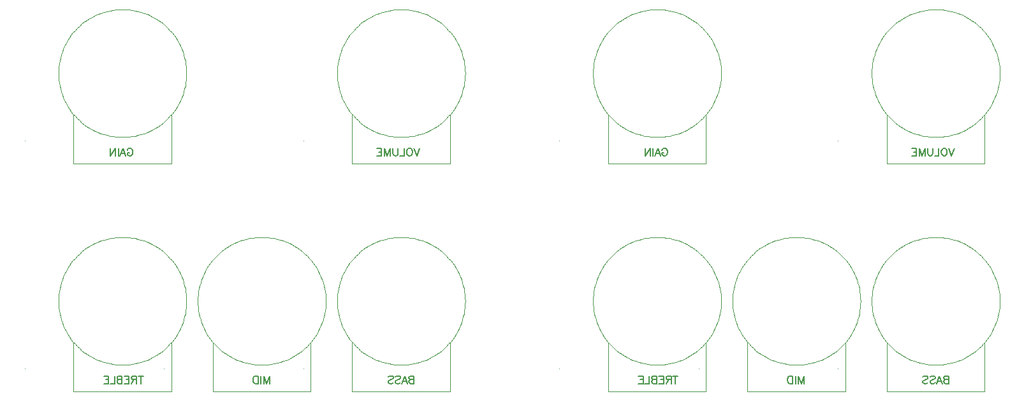
<source format=gbo>
%FSLAX46Y46*%
%MOMM*%
%ADD11C,0.050000*%
%ADD10C,0.150000*%
G01*
G01*
%LPD*%
D10*
X130709520Y32923810D02*
X130709520Y33923808D01*
D10*
X130280952Y33923808D02*
X130709520Y33923808D01*
D10*
X130138096Y33876192D02*
X130280952Y33923808D01*
D10*
X130090480Y33828572D02*
X130138096Y33876192D01*
D10*
X130042856Y33733332D02*
X130090480Y33828572D01*
D10*
X130042856Y33638096D02*
X130042856Y33733332D01*
D10*
X130090480Y33542858D02*
X130042856Y33638096D01*
D10*
X130138096Y33495238D02*
X130090480Y33542858D01*
D10*
X130280952Y33447620D02*
X130138096Y33495238D01*
D10*
X130280952Y33447620D02*
X130709520Y33447620D01*
D10*
X130138096Y33400000D02*
X130280952Y33447620D01*
D10*
X130090480Y33352380D02*
X130138096Y33400000D01*
D10*
X130042856Y33257142D02*
X130090480Y33352380D01*
D10*
X130042856Y33114286D02*
X130042856Y33257142D01*
D10*
X130090480Y33019048D02*
X130042856Y33114286D01*
D10*
X130138096Y32971428D02*
X130090480Y33019048D01*
D10*
X130280952Y32923810D02*
X130138096Y32971428D01*
D10*
X130709520Y32923810D02*
X130280952Y32923810D01*
D10*
X129852384Y32923810D02*
X129471432Y33923808D01*
D10*
X129090480Y32923810D02*
X129471432Y33923808D01*
D10*
X129233336Y33257142D02*
X129709520Y33257142D01*
D10*
X128328568Y33876192D02*
X128233336Y33780952D01*
D10*
X128471432Y33923808D02*
X128328568Y33876192D01*
D10*
X128661904Y33923808D02*
X128471432Y33923808D01*
D10*
X128804760Y33876192D02*
X128661904Y33923808D01*
D10*
X128900000Y33780952D02*
X128804760Y33876192D01*
D10*
X128900000Y33685716D02*
X128900000Y33780952D01*
D10*
X128852384Y33590476D02*
X128900000Y33685716D01*
D10*
X128804760Y33542858D02*
X128852384Y33590476D01*
D10*
X128709520Y33495238D02*
X128804760Y33542858D01*
D10*
X128423808Y33400000D02*
X128709520Y33495238D01*
D10*
X128328568Y33352380D02*
X128423808Y33400000D01*
D10*
X128280952Y33304762D02*
X128328568Y33352380D01*
D10*
X128233336Y33209524D02*
X128280952Y33304762D01*
D10*
X128233336Y33066666D02*
X128233336Y33209524D01*
D10*
X128328568Y32971428D02*
X128233336Y33066666D01*
D10*
X128471432Y32923810D02*
X128328568Y32971428D01*
D10*
X128661904Y32923810D02*
X128471432Y32923810D01*
D10*
X128804760Y32971428D02*
X128661904Y32923810D01*
D10*
X128900000Y33066666D02*
X128804760Y32971428D01*
D10*
X127376192Y33876192D02*
X127280952Y33780952D01*
D10*
X127519048Y33923808D02*
X127376192Y33876192D01*
D10*
X127709520Y33923808D02*
X127519048Y33923808D01*
D10*
X127852384Y33876192D02*
X127709520Y33923808D01*
D10*
X127947616Y33780952D02*
X127852384Y33876192D01*
D10*
X127947616Y33685716D02*
X127947616Y33780952D01*
D10*
X127900000Y33590476D02*
X127947616Y33685716D01*
D10*
X127852384Y33542858D02*
X127900000Y33590476D01*
D10*
X127757144Y33495238D02*
X127852384Y33542858D01*
D10*
X127471432Y33400000D02*
X127757144Y33495238D01*
D10*
X127376192Y33352380D02*
X127471432Y33400000D01*
D10*
X127328568Y33304762D02*
X127376192Y33352380D01*
D10*
X127280952Y33209524D02*
X127328568Y33304762D01*
D10*
X127280952Y33066666D02*
X127280952Y33209524D01*
D10*
X127376192Y32971428D02*
X127280952Y33066666D01*
D10*
X127519048Y32923810D02*
X127376192Y32971428D01*
D10*
X127709520Y32923810D02*
X127519048Y32923810D01*
D10*
X127852384Y32971428D02*
X127709520Y32923810D01*
D10*
X127947616Y33066666D02*
X127852384Y32971428D01*
D10*
X111509520Y32923810D02*
X111509520Y33923808D01*
D10*
X111128568Y32923810D02*
X111509520Y33923808D01*
D10*
X111128568Y32923810D02*
X110747616Y33923808D01*
D10*
X110747616Y32923810D02*
X110747616Y33923808D01*
D10*
X110366664Y32923810D02*
X110366664Y33923808D01*
D10*
X109985712Y32923810D02*
X109985712Y33923808D01*
D10*
X109652384Y33923808D02*
X109985712Y33923808D01*
D10*
X109509520Y33876192D02*
X109652384Y33923808D01*
D10*
X109414288Y33780952D02*
X109509520Y33876192D01*
D10*
X109366664Y33685716D02*
X109414288Y33780952D01*
D10*
X109319048Y33542858D02*
X109366664Y33685716D01*
D10*
X109319048Y33304762D02*
X109319048Y33542858D01*
D10*
X109366664Y33161904D02*
X109319048Y33304762D01*
D10*
X109414288Y33066666D02*
X109366664Y33161904D01*
D10*
X109509520Y32971428D02*
X109414288Y33066666D01*
D10*
X109652384Y32923810D02*
X109509520Y32971428D01*
D10*
X109985712Y32923810D02*
X109652384Y32923810D01*
D10*
X92690480Y64080952D02*
X92642856Y63985716D01*
D10*
X92785712Y64176192D02*
X92690480Y64080952D01*
D10*
X92880952Y64223808D02*
X92785712Y64176192D01*
D10*
X93071432Y64223808D02*
X92880952Y64223808D01*
D10*
X93166664Y64176192D02*
X93071432Y64223808D01*
D10*
X93261904Y64080952D02*
X93166664Y64176192D01*
D10*
X93309520Y63985716D02*
X93261904Y64080952D01*
D10*
X93357144Y63842856D02*
X93309520Y63985716D01*
D10*
X93357144Y63604760D02*
X93357144Y63842856D01*
D10*
X93309520Y63461904D02*
X93357144Y63604760D01*
D10*
X93261904Y63366668D02*
X93309520Y63461904D01*
D10*
X93166664Y63271428D02*
X93261904Y63366668D01*
D10*
X93071432Y63223808D02*
X93166664Y63271428D01*
D10*
X92880952Y63223808D02*
X93071432Y63223808D01*
D10*
X92785712Y63271428D02*
X92880952Y63223808D01*
D10*
X92690480Y63366668D02*
X92785712Y63271428D01*
D10*
X92642856Y63461904D02*
X92690480Y63366668D01*
D10*
X92642856Y63604760D02*
X92642856Y63461904D01*
D10*
X92642856Y63604760D02*
X92880952Y63604760D01*
D10*
X92452384Y63223808D02*
X92071432Y64223808D01*
D10*
X91690480Y63223808D02*
X92071432Y64223808D01*
D10*
X91833336Y63557144D02*
X92309520Y63557144D01*
D10*
X91452384Y63223808D02*
X91452384Y64223808D01*
D10*
X91071432Y63223808D02*
X91071432Y64223808D01*
D10*
X90404760Y63223808D02*
X91071432Y64223808D01*
D10*
X90404760Y63223808D02*
X90404760Y64223808D01*
D10*
X131071432Y63223808D02*
X131452384Y64223808D01*
D10*
X131071432Y63223808D02*
X130690480Y64223808D01*
D10*
X130309520Y64176192D02*
X130214288Y64223808D01*
D10*
X130404760Y64080952D02*
X130309520Y64176192D01*
D10*
X130452384Y63985716D02*
X130404760Y64080952D01*
D10*
X130500000Y63842856D02*
X130452384Y63985716D01*
D10*
X130500000Y63604760D02*
X130500000Y63842856D01*
D10*
X130452384Y63461904D02*
X130500000Y63604760D01*
D10*
X130404760Y63366668D02*
X130452384Y63461904D01*
D10*
X130309520Y63271428D02*
X130404760Y63366668D01*
D10*
X130214288Y63223808D02*
X130309520Y63271428D01*
D10*
X130023808Y63223808D02*
X130214288Y63223808D01*
D10*
X129928568Y63271428D02*
X130023808Y63223808D01*
D10*
X129833336Y63366668D02*
X129928568Y63271428D01*
D10*
X129785712Y63461904D02*
X129833336Y63366668D01*
D10*
X129738096Y63604760D02*
X129785712Y63461904D01*
D10*
X129738096Y63842856D02*
X129738096Y63604760D01*
D10*
X129785712Y63985716D02*
X129738096Y63842856D01*
D10*
X129833336Y64080952D02*
X129785712Y63985716D01*
D10*
X129928568Y64176192D02*
X129833336Y64080952D01*
D10*
X130023808Y64223808D02*
X129928568Y64176192D01*
D10*
X130214288Y64223808D02*
X130023808Y64223808D01*
D10*
X129404760Y63223808D02*
X129404760Y64223808D01*
D10*
X128833336Y63223808D02*
X129404760Y63223808D01*
D10*
X128595240Y63509524D02*
X128595240Y64223808D01*
D10*
X128547616Y63366668D02*
X128595240Y63509524D01*
D10*
X128452384Y63271428D02*
X128547616Y63366668D01*
D10*
X128309520Y63223808D02*
X128452384Y63271428D01*
D10*
X128214288Y63223808D02*
X128309520Y63223808D01*
D10*
X128071432Y63271428D02*
X128214288Y63223808D01*
D10*
X127976192Y63366668D02*
X128071432Y63271428D01*
D10*
X127928568Y63509524D02*
X127976192Y63366668D01*
D10*
X127928568Y64223808D02*
X127928568Y63509524D01*
D10*
X127547616Y63223808D02*
X127547616Y64223808D01*
D10*
X127166664Y63223808D02*
X127547616Y64223808D01*
D10*
X127166664Y63223808D02*
X126785712Y64223808D01*
D10*
X126785712Y63223808D02*
X126785712Y64223808D01*
D10*
X126404760Y63223808D02*
X126404760Y64223808D01*
D10*
X125785712Y64223808D02*
X126404760Y64223808D01*
D10*
X126023808Y63747620D02*
X126404760Y63747620D01*
D10*
X125785712Y63223808D02*
X126404760Y63223808D01*
D10*
X94419048Y32923810D02*
X94419048Y33923808D01*
D10*
X94085712Y33923808D02*
X94752384Y33923808D01*
D10*
X93847616Y32923810D02*
X93847616Y33923808D01*
D10*
X93419048Y33923808D02*
X93847616Y33923808D01*
D10*
X93276192Y33876192D02*
X93419048Y33923808D01*
D10*
X93228568Y33828572D02*
X93276192Y33876192D01*
D10*
X93180952Y33733332D02*
X93228568Y33828572D01*
D10*
X93180952Y33638096D02*
X93180952Y33733332D01*
D10*
X93228568Y33542858D02*
X93180952Y33638096D01*
D10*
X93276192Y33495238D02*
X93228568Y33542858D01*
D10*
X93419048Y33447620D02*
X93276192Y33495238D01*
D10*
X93847616Y33447620D02*
X93419048Y33447620D01*
D10*
X93180952Y32923810D02*
X93514288Y33447620D01*
D10*
X92847616Y32923810D02*
X92847616Y33923808D01*
D10*
X92228568Y33923808D02*
X92847616Y33923808D01*
D10*
X92466664Y33447620D02*
X92847616Y33447620D01*
D10*
X92228568Y32923810D02*
X92847616Y32923810D01*
D10*
X91942856Y32923810D02*
X91942856Y33923808D01*
D10*
X91514288Y33923808D02*
X91942856Y33923808D01*
D10*
X91371432Y33876192D02*
X91514288Y33923808D01*
D10*
X91323808Y33828572D02*
X91371432Y33876192D01*
D10*
X91276192Y33733332D02*
X91323808Y33828572D01*
D10*
X91276192Y33638096D02*
X91276192Y33733332D01*
D10*
X91323808Y33542858D02*
X91276192Y33638096D01*
D10*
X91371432Y33495238D02*
X91323808Y33542858D01*
D10*
X91514288Y33447620D02*
X91371432Y33495238D01*
D10*
X91514288Y33447620D02*
X91942856Y33447620D01*
D10*
X91371432Y33400000D02*
X91514288Y33447620D01*
D10*
X91323808Y33352380D02*
X91371432Y33400000D01*
D10*
X91276192Y33257142D02*
X91323808Y33352380D01*
D10*
X91276192Y33114286D02*
X91276192Y33257142D01*
D10*
X91323808Y33019048D02*
X91276192Y33114286D01*
D10*
X91371432Y32971428D02*
X91323808Y33019048D01*
D10*
X91514288Y32923810D02*
X91371432Y32971428D01*
D10*
X91942856Y32923810D02*
X91514288Y32923810D01*
D10*
X90942856Y32923810D02*
X90942856Y33923808D01*
D10*
X90371432Y32923810D02*
X90942856Y32923810D01*
D10*
X90133336Y32923810D02*
X90133336Y33923808D01*
D10*
X89514288Y33923808D02*
X90133336Y33923808D01*
D10*
X89752384Y33447620D02*
X90133336Y33447620D01*
D10*
X89514288Y32923810D02*
X90133336Y32923810D01*
D11*
X117000000Y31900000D02*
X104000000Y31900000D01*
D11*
X117000000Y38400000D02*
X117000000Y31900000D01*
D11*
X97500000Y34900000D02*
X97500000Y34900000D01*
D11*
X104000000Y31900000D02*
X104000000Y38400000D01*
D11*
X102000000Y43900000D02*
X102010239Y44317075D01*
D11*
X102010239Y44317075D02*
X102040930Y44733145D01*
D11*
X102040930Y44733145D02*
X102092000Y45147209D01*
D11*
X102092000Y45147209D02*
X102163326Y45558267D01*
D11*
X102163326Y45558267D02*
X102254735Y45965331D01*
D11*
X102254735Y45965331D02*
X102366007Y46367420D01*
D11*
X102366007Y46367420D02*
X102496876Y46763563D01*
D11*
X102496876Y46763563D02*
X102647024Y47152809D01*
D11*
X102647024Y47152809D02*
X102816091Y47534218D01*
D11*
X102816091Y47534218D02*
X103003669Y47906872D01*
D11*
X103003669Y47906872D02*
X103209307Y48269873D01*
D11*
X103209307Y48269873D02*
X103432509Y48622347D01*
D11*
X103432509Y48622347D02*
X103672736Y48963444D01*
D11*
X103672736Y48963444D02*
X103929412Y49292343D01*
D11*
X103929412Y49292343D02*
X104201916Y49608251D01*
D11*
X104201916Y49608251D02*
X104489593Y49910408D01*
D11*
X104489593Y49910408D02*
X104791750Y50198085D01*
D11*
X104791750Y50198085D02*
X105107658Y50470589D01*
D11*
X105107658Y50470589D02*
X105436557Y50727265D01*
D11*
X105436557Y50727265D02*
X105777654Y50967492D01*
D11*
X105777654Y50967492D02*
X106130128Y51190694D01*
D11*
X106130128Y51190694D02*
X106493130Y51396331D01*
D11*
X106493130Y51396331D02*
X106865784Y51583909D01*
D11*
X106865784Y51583909D02*
X107247193Y51752977D01*
D11*
X107247193Y51752977D02*
X107636439Y51903125D01*
D11*
X107636439Y51903125D02*
X108032583Y52033993D01*
D11*
X108032583Y52033993D02*
X108434671Y52145266D01*
D11*
X108434671Y52145266D02*
X108841735Y52236675D01*
D11*
X108841735Y52236675D02*
X109252794Y52308001D01*
D11*
X109252794Y52308001D02*
X109666858Y52359071D01*
D11*
X109666858Y52359071D02*
X110082928Y52389761D01*
D11*
X110082928Y52389761D02*
X110500003Y52400000D01*
D11*
X110500003Y52400000D02*
X110917078Y52389761D01*
D11*
X110917078Y52389761D02*
X111333149Y52359070D01*
D11*
X111333149Y52359070D02*
X111747212Y52308000D01*
D11*
X111747212Y52308000D02*
X112158271Y52236674D01*
D11*
X112158271Y52236674D02*
X112565335Y52145264D01*
D11*
X112565335Y52145264D02*
X112967424Y52033991D01*
D11*
X112967424Y52033991D02*
X113363568Y51903123D01*
D11*
X113363568Y51903123D02*
X113752813Y51752974D01*
D11*
X113752813Y51752974D02*
X114134221Y51583907D01*
D11*
X114134221Y51583907D02*
X114506874Y51396329D01*
D11*
X114506874Y51396329D02*
X114869875Y51190692D01*
D11*
X114869875Y51190692D02*
X115222348Y50967491D01*
D11*
X115222348Y50967491D02*
X115563444Y50727264D01*
D11*
X115563444Y50727264D02*
X115892343Y50470589D01*
D11*
X115892343Y50470589D02*
X116208250Y50198085D01*
D11*
X116208250Y50198085D02*
X116510406Y49910409D01*
D11*
X116510406Y49910409D02*
X116798082Y49608253D01*
D11*
X116798082Y49608253D02*
X117070586Y49292346D01*
D11*
X117070586Y49292346D02*
X117327261Y48963447D01*
D11*
X117327261Y48963447D02*
X117567488Y48622351D01*
D11*
X117567488Y48622351D02*
X117790690Y48269878D01*
D11*
X117790690Y48269878D02*
X117996327Y47906878D01*
D11*
X117996327Y47906878D02*
X118183905Y47534225D01*
D11*
X118183905Y47534225D02*
X118352972Y47152817D01*
D11*
X118352972Y47152817D02*
X118503121Y46763572D01*
D11*
X118503121Y46763572D02*
X118633990Y46367429D01*
D11*
X118633990Y46367429D02*
X118745262Y45965342D01*
D11*
X118745262Y45965342D02*
X118836672Y45558279D01*
D11*
X118836672Y45558279D02*
X118907998Y45147221D01*
D11*
X118907998Y45147221D02*
X118959069Y44733159D01*
D11*
X118959069Y44733159D02*
X118989761Y44317089D01*
D11*
X118989761Y44317089D02*
X119000000Y43900015D01*
D11*
X119000000Y43900000D02*
X118989761Y43482925D01*
D11*
X118989761Y43482925D02*
X118959070Y43066856D01*
D11*
X118959070Y43066856D02*
X118908000Y42652793D01*
D11*
X118908000Y42652793D02*
X118836675Y42241735D01*
D11*
X118836675Y42241735D02*
X118745266Y41834672D01*
D11*
X118745266Y41834672D02*
X118633994Y41432585D01*
D11*
X118633994Y41432585D02*
X118503126Y41036441D01*
D11*
X118503126Y41036441D02*
X118352978Y40647197D01*
D11*
X118352978Y40647197D02*
X118183911Y40265788D01*
D11*
X118183911Y40265788D02*
X117996334Y39893135D01*
D11*
X117996334Y39893135D02*
X117790697Y39530134D01*
D11*
X117790697Y39530134D02*
X117567497Y39177661D01*
D11*
X117567497Y39177661D02*
X117327270Y38836564D01*
D11*
X117327270Y38836564D02*
X117070596Y38507666D01*
D11*
X117070596Y38507666D02*
X116798092Y38191758D01*
D11*
X116798092Y38191758D02*
X116510416Y37889602D01*
D11*
X116510416Y37889602D02*
X116208261Y37601925D01*
D11*
X116208261Y37601925D02*
X115892352Y37329419D01*
D11*
X115892352Y37329419D02*
X115563453Y37072743D01*
D11*
X115563453Y37072743D02*
X115222355Y36832514D01*
D11*
X115222355Y36832514D02*
X114869881Y36609312D01*
D11*
X114869881Y36609312D02*
X114506879Y36403673D01*
D11*
X114506879Y36403673D02*
X114134224Y36216094D01*
D11*
X114134224Y36216094D02*
X113752814Y36047026D01*
D11*
X113752814Y36047026D02*
X113363567Y35896877D01*
D11*
X113363567Y35896877D02*
X112967422Y35766008D01*
D11*
X112967422Y35766008D02*
X112565333Y35654735D01*
D11*
X112565333Y35654735D02*
X112158268Y35563326D01*
D11*
X112158268Y35563326D02*
X111747208Y35492000D01*
D11*
X111747208Y35492000D02*
X111333143Y35440930D01*
D11*
X111333143Y35440930D02*
X110917072Y35410239D01*
D11*
X110917072Y35410239D02*
X110499996Y35400000D01*
D11*
X110499996Y35400000D02*
X110082920Y35410239D01*
D11*
X110082920Y35410239D02*
X109666848Y35440930D01*
D11*
X109666848Y35440930D02*
X109252784Y35492001D01*
D11*
X109252784Y35492001D02*
X108841724Y35563327D01*
D11*
X108841724Y35563327D02*
X108434659Y35654737D01*
D11*
X108434659Y35654737D02*
X108032570Y35766011D01*
D11*
X108032570Y35766011D02*
X107636425Y35896880D01*
D11*
X107636425Y35896880D02*
X107247179Y36047030D01*
D11*
X107247179Y36047030D02*
X106865769Y36216098D01*
D11*
X106865769Y36216098D02*
X106493114Y36403677D01*
D11*
X106493114Y36403677D02*
X106130112Y36609316D01*
D11*
X106130112Y36609316D02*
X105777638Y36832519D01*
D11*
X105777638Y36832519D02*
X105436540Y37072748D01*
D11*
X105436540Y37072748D02*
X105107641Y37329425D01*
D11*
X105107641Y37329425D02*
X104791733Y37601930D01*
D11*
X104791733Y37601930D02*
X104489577Y37889609D01*
D11*
X104489577Y37889609D02*
X104201900Y38191767D01*
D11*
X104201900Y38191767D02*
X103929395Y38507677D01*
D11*
X103929395Y38507677D02*
X103672720Y38836577D01*
D11*
X103672720Y38836577D02*
X103432493Y39177676D01*
D11*
X103432493Y39177676D02*
X103209292Y39530152D01*
D11*
X103209292Y39530152D02*
X103003655Y39893155D01*
D11*
X103003655Y39893155D02*
X102816078Y40265811D01*
D11*
X102816078Y40265811D02*
X102647012Y40647221D01*
D11*
X102647012Y40647221D02*
X102496864Y41036468D01*
D11*
X102496864Y41036468D02*
X102365997Y41432614D01*
D11*
X102365997Y41432614D02*
X102254726Y41834704D01*
D11*
X102254726Y41834704D02*
X102163318Y42241769D01*
D11*
X102163318Y42241769D02*
X102091994Y42652829D01*
D11*
X102091994Y42652829D02*
X102040926Y43066894D01*
D11*
X102040926Y43066894D02*
X102010237Y43482966D01*
D11*
X102010237Y43482966D02*
X102000000Y43900042D01*
D11*
X135500000Y62200000D02*
X122500000Y62200000D01*
D11*
X135500000Y68700000D02*
X135500000Y62200000D01*
D11*
X116000000Y65200000D02*
X116000000Y65200000D01*
D11*
X122500000Y62200000D02*
X122500000Y68700000D01*
D11*
X120500000Y74200000D02*
X120510239Y74617075D01*
D11*
X120510239Y74617075D02*
X120540930Y75033145D01*
D11*
X120540930Y75033145D02*
X120592000Y75447209D01*
D11*
X120592000Y75447209D02*
X120663326Y75858267D01*
D11*
X120663326Y75858267D02*
X120754735Y76265331D01*
D11*
X120754735Y76265331D02*
X120866007Y76667420D01*
D11*
X120866007Y76667420D02*
X120996876Y77063563D01*
D11*
X120996876Y77063563D02*
X121147024Y77452809D01*
D11*
X121147024Y77452809D02*
X121316091Y77834218D01*
D11*
X121316091Y77834218D02*
X121503669Y78206872D01*
D11*
X121503669Y78206872D02*
X121709307Y78569873D01*
D11*
X121709307Y78569873D02*
X121932509Y78922347D01*
D11*
X121932509Y78922347D02*
X122172736Y79263444D01*
D11*
X122172736Y79263444D02*
X122429412Y79592343D01*
D11*
X122429412Y79592343D02*
X122701916Y79908251D01*
D11*
X122701916Y79908251D02*
X122989593Y80210408D01*
D11*
X122989593Y80210408D02*
X123291750Y80498085D01*
D11*
X123291750Y80498085D02*
X123607658Y80770589D01*
D11*
X123607658Y80770589D02*
X123936557Y81027265D01*
D11*
X123936557Y81027265D02*
X124277654Y81267492D01*
D11*
X124277654Y81267492D02*
X124630128Y81490694D01*
D11*
X124630128Y81490694D02*
X124993130Y81696331D01*
D11*
X124993130Y81696331D02*
X125365784Y81883909D01*
D11*
X125365784Y81883909D02*
X125747193Y82052977D01*
D11*
X125747193Y82052977D02*
X126136439Y82203125D01*
D11*
X126136439Y82203125D02*
X126532583Y82333993D01*
D11*
X126532583Y82333993D02*
X126934671Y82445266D01*
D11*
X126934671Y82445266D02*
X127341735Y82536675D01*
D11*
X127341735Y82536675D02*
X127752794Y82608001D01*
D11*
X127752794Y82608001D02*
X128166858Y82659071D01*
D11*
X128166858Y82659071D02*
X128582928Y82689761D01*
D11*
X128582928Y82689761D02*
X129000003Y82700000D01*
D11*
X129000003Y82700000D02*
X129417078Y82689761D01*
D11*
X129417078Y82689761D02*
X129833149Y82659070D01*
D11*
X129833149Y82659070D02*
X130247212Y82608000D01*
D11*
X130247212Y82608000D02*
X130658271Y82536674D01*
D11*
X130658271Y82536674D02*
X131065335Y82445264D01*
D11*
X131065335Y82445264D02*
X131467424Y82333991D01*
D11*
X131467424Y82333991D02*
X131863568Y82203123D01*
D11*
X131863568Y82203123D02*
X132252813Y82052974D01*
D11*
X132252813Y82052974D02*
X132634221Y81883907D01*
D11*
X132634221Y81883907D02*
X133006874Y81696329D01*
D11*
X133006874Y81696329D02*
X133369875Y81490692D01*
D11*
X133369875Y81490692D02*
X133722348Y81267491D01*
D11*
X133722348Y81267491D02*
X134063444Y81027264D01*
D11*
X134063444Y81027264D02*
X134392343Y80770589D01*
D11*
X134392343Y80770589D02*
X134708250Y80498085D01*
D11*
X134708250Y80498085D02*
X135010406Y80210409D01*
D11*
X135010406Y80210409D02*
X135298082Y79908253D01*
D11*
X135298082Y79908253D02*
X135570586Y79592346D01*
D11*
X135570586Y79592346D02*
X135827261Y79263447D01*
D11*
X135827261Y79263447D02*
X136067488Y78922351D01*
D11*
X136067488Y78922351D02*
X136290690Y78569878D01*
D11*
X136290690Y78569878D02*
X136496327Y78206878D01*
D11*
X136496327Y78206878D02*
X136683905Y77834225D01*
D11*
X136683905Y77834225D02*
X136852972Y77452817D01*
D11*
X136852972Y77452817D02*
X137003121Y77063572D01*
D11*
X137003121Y77063572D02*
X137133990Y76667429D01*
D11*
X137133990Y76667429D02*
X137245262Y76265342D01*
D11*
X137245262Y76265342D02*
X137336672Y75858279D01*
D11*
X137336672Y75858279D02*
X137407998Y75447221D01*
D11*
X137407998Y75447221D02*
X137459069Y75033159D01*
D11*
X137459069Y75033159D02*
X137489761Y74617089D01*
D11*
X137489761Y74617089D02*
X137500000Y74200015D01*
D11*
X137500000Y74200000D02*
X137489761Y73782925D01*
D11*
X137489761Y73782925D02*
X137459070Y73366856D01*
D11*
X137459070Y73366856D02*
X137408000Y72952793D01*
D11*
X137408000Y72952793D02*
X137336675Y72541735D01*
D11*
X137336675Y72541735D02*
X137245266Y72134672D01*
D11*
X137245266Y72134672D02*
X137133994Y71732585D01*
D11*
X137133994Y71732585D02*
X137003126Y71336441D01*
D11*
X137003126Y71336441D02*
X136852978Y70947197D01*
D11*
X136852978Y70947197D02*
X136683911Y70565788D01*
D11*
X136683911Y70565788D02*
X136496334Y70193135D01*
D11*
X136496334Y70193135D02*
X136290697Y69830134D01*
D11*
X136290697Y69830134D02*
X136067497Y69477661D01*
D11*
X136067497Y69477661D02*
X135827270Y69136564D01*
D11*
X135827270Y69136564D02*
X135570596Y68807666D01*
D11*
X135570596Y68807666D02*
X135298092Y68491758D01*
D11*
X135298092Y68491758D02*
X135010416Y68189602D01*
D11*
X135010416Y68189602D02*
X134708261Y67901925D01*
D11*
X134708261Y67901925D02*
X134392352Y67629419D01*
D11*
X134392352Y67629419D02*
X134063453Y67372743D01*
D11*
X134063453Y67372743D02*
X133722355Y67132514D01*
D11*
X133722355Y67132514D02*
X133369881Y66909312D01*
D11*
X133369881Y66909312D02*
X133006879Y66703673D01*
D11*
X133006879Y66703673D02*
X132634224Y66516094D01*
D11*
X132634224Y66516094D02*
X132252814Y66347026D01*
D11*
X132252814Y66347026D02*
X131863567Y66196877D01*
D11*
X131863567Y66196877D02*
X131467422Y66066008D01*
D11*
X131467422Y66066008D02*
X131065333Y65954735D01*
D11*
X131065333Y65954735D02*
X130658268Y65863326D01*
D11*
X130658268Y65863326D02*
X130247208Y65792000D01*
D11*
X130247208Y65792000D02*
X129833143Y65740930D01*
D11*
X129833143Y65740930D02*
X129417072Y65710239D01*
D11*
X129417072Y65710239D02*
X128999996Y65700000D01*
D11*
X128999996Y65700000D02*
X128582920Y65710239D01*
D11*
X128582920Y65710239D02*
X128166848Y65740930D01*
D11*
X128166848Y65740930D02*
X127752784Y65792001D01*
D11*
X127752784Y65792001D02*
X127341724Y65863327D01*
D11*
X127341724Y65863327D02*
X126934659Y65954737D01*
D11*
X126934659Y65954737D02*
X126532570Y66066011D01*
D11*
X126532570Y66066011D02*
X126136425Y66196880D01*
D11*
X126136425Y66196880D02*
X125747179Y66347030D01*
D11*
X125747179Y66347030D02*
X125365769Y66516098D01*
D11*
X125365769Y66516098D02*
X124993114Y66703677D01*
D11*
X124993114Y66703677D02*
X124630112Y66909316D01*
D11*
X124630112Y66909316D02*
X124277638Y67132519D01*
D11*
X124277638Y67132519D02*
X123936540Y67372748D01*
D11*
X123936540Y67372748D02*
X123607641Y67629425D01*
D11*
X123607641Y67629425D02*
X123291733Y67901930D01*
D11*
X123291733Y67901930D02*
X122989577Y68189609D01*
D11*
X122989577Y68189609D02*
X122701900Y68491767D01*
D11*
X122701900Y68491767D02*
X122429395Y68807677D01*
D11*
X122429395Y68807677D02*
X122172720Y69136577D01*
D11*
X122172720Y69136577D02*
X121932493Y69477676D01*
D11*
X121932493Y69477676D02*
X121709292Y69830152D01*
D11*
X121709292Y69830152D02*
X121503655Y70193155D01*
D11*
X121503655Y70193155D02*
X121316078Y70565811D01*
D11*
X121316078Y70565811D02*
X121147012Y70947221D01*
D11*
X121147012Y70947221D02*
X120996864Y71336468D01*
D11*
X120996864Y71336468D02*
X120865997Y71732614D01*
D11*
X120865997Y71732614D02*
X120754726Y72134704D01*
D11*
X120754726Y72134704D02*
X120663318Y72541769D01*
D11*
X120663318Y72541769D02*
X120591994Y72952829D01*
D11*
X120591994Y72952829D02*
X120540926Y73366894D01*
D11*
X120540926Y73366894D02*
X120510237Y73782966D01*
D11*
X120510237Y73782966D02*
X120500000Y74200042D01*
D11*
X98500000Y62200000D02*
X85500000Y62200000D01*
D11*
X98500000Y68700000D02*
X98500000Y62200000D01*
D11*
X79000000Y65200000D02*
X79000000Y65200000D01*
D11*
X85500000Y62200000D02*
X85500000Y68700000D01*
D11*
X83500000Y74200000D02*
X83510239Y74617075D01*
D11*
X83510239Y74617075D02*
X83540930Y75033145D01*
D11*
X83540930Y75033145D02*
X83592000Y75447209D01*
D11*
X83592000Y75447209D02*
X83663326Y75858267D01*
D11*
X83663326Y75858267D02*
X83754735Y76265331D01*
D11*
X83754735Y76265331D02*
X83866007Y76667420D01*
D11*
X83866007Y76667420D02*
X83996876Y77063563D01*
D11*
X83996876Y77063563D02*
X84147024Y77452809D01*
D11*
X84147024Y77452809D02*
X84316091Y77834218D01*
D11*
X84316091Y77834218D02*
X84503669Y78206872D01*
D11*
X84503669Y78206872D02*
X84709307Y78569873D01*
D11*
X84709307Y78569873D02*
X84932509Y78922347D01*
D11*
X84932509Y78922347D02*
X85172736Y79263444D01*
D11*
X85172736Y79263444D02*
X85429412Y79592343D01*
D11*
X85429412Y79592343D02*
X85701916Y79908251D01*
D11*
X85701916Y79908251D02*
X85989593Y80210408D01*
D11*
X85989593Y80210408D02*
X86291750Y80498085D01*
D11*
X86291750Y80498085D02*
X86607658Y80770589D01*
D11*
X86607658Y80770589D02*
X86936557Y81027265D01*
D11*
X86936557Y81027265D02*
X87277654Y81267492D01*
D11*
X87277654Y81267492D02*
X87630128Y81490694D01*
D11*
X87630128Y81490694D02*
X87993130Y81696331D01*
D11*
X87993130Y81696331D02*
X88365784Y81883909D01*
D11*
X88365784Y81883909D02*
X88747193Y82052977D01*
D11*
X88747193Y82052977D02*
X89136439Y82203125D01*
D11*
X89136439Y82203125D02*
X89532583Y82333993D01*
D11*
X89532583Y82333993D02*
X89934671Y82445266D01*
D11*
X89934671Y82445266D02*
X90341735Y82536675D01*
D11*
X90341735Y82536675D02*
X90752794Y82608001D01*
D11*
X90752794Y82608001D02*
X91166858Y82659071D01*
D11*
X91166858Y82659071D02*
X91582928Y82689761D01*
D11*
X91582928Y82689761D02*
X92000003Y82700000D01*
D11*
X92000003Y82700000D02*
X92417078Y82689761D01*
D11*
X92417078Y82689761D02*
X92833149Y82659070D01*
D11*
X92833149Y82659070D02*
X93247212Y82608000D01*
D11*
X93247212Y82608000D02*
X93658271Y82536674D01*
D11*
X93658271Y82536674D02*
X94065335Y82445264D01*
D11*
X94065335Y82445264D02*
X94467424Y82333991D01*
D11*
X94467424Y82333991D02*
X94863568Y82203123D01*
D11*
X94863568Y82203123D02*
X95252813Y82052974D01*
D11*
X95252813Y82052974D02*
X95634221Y81883907D01*
D11*
X95634221Y81883907D02*
X96006874Y81696329D01*
D11*
X96006874Y81696329D02*
X96369875Y81490692D01*
D11*
X96369875Y81490692D02*
X96722348Y81267491D01*
D11*
X96722348Y81267491D02*
X97063444Y81027264D01*
D11*
X97063444Y81027264D02*
X97392343Y80770589D01*
D11*
X97392343Y80770589D02*
X97708250Y80498085D01*
D11*
X97708250Y80498085D02*
X98010406Y80210409D01*
D11*
X98010406Y80210409D02*
X98298082Y79908253D01*
D11*
X98298082Y79908253D02*
X98570586Y79592346D01*
D11*
X98570586Y79592346D02*
X98827261Y79263447D01*
D11*
X98827261Y79263447D02*
X99067488Y78922351D01*
D11*
X99067488Y78922351D02*
X99290690Y78569878D01*
D11*
X99290690Y78569878D02*
X99496327Y78206878D01*
D11*
X99496327Y78206878D02*
X99683905Y77834225D01*
D11*
X99683905Y77834225D02*
X99852972Y77452817D01*
D11*
X99852972Y77452817D02*
X100003121Y77063572D01*
D11*
X100003121Y77063572D02*
X100133990Y76667429D01*
D11*
X100133990Y76667429D02*
X100245262Y76265342D01*
D11*
X100245262Y76265342D02*
X100336672Y75858279D01*
D11*
X100336672Y75858279D02*
X100407998Y75447221D01*
D11*
X100407998Y75447221D02*
X100459069Y75033159D01*
D11*
X100459069Y75033159D02*
X100489761Y74617089D01*
D11*
X100489761Y74617089D02*
X100500000Y74200015D01*
D11*
X100500000Y74200000D02*
X100489761Y73782925D01*
D11*
X100489761Y73782925D02*
X100459070Y73366856D01*
D11*
X100459070Y73366856D02*
X100408000Y72952793D01*
D11*
X100408000Y72952793D02*
X100336675Y72541735D01*
D11*
X100336675Y72541735D02*
X100245266Y72134672D01*
D11*
X100245266Y72134672D02*
X100133994Y71732585D01*
D11*
X100133994Y71732585D02*
X100003126Y71336441D01*
D11*
X100003126Y71336441D02*
X99852978Y70947197D01*
D11*
X99852978Y70947197D02*
X99683911Y70565788D01*
D11*
X99683911Y70565788D02*
X99496334Y70193135D01*
D11*
X99496334Y70193135D02*
X99290697Y69830134D01*
D11*
X99290697Y69830134D02*
X99067497Y69477661D01*
D11*
X99067497Y69477661D02*
X98827270Y69136564D01*
D11*
X98827270Y69136564D02*
X98570596Y68807666D01*
D11*
X98570596Y68807666D02*
X98298092Y68491758D01*
D11*
X98298092Y68491758D02*
X98010416Y68189602D01*
D11*
X98010416Y68189602D02*
X97708261Y67901925D01*
D11*
X97708261Y67901925D02*
X97392352Y67629419D01*
D11*
X97392352Y67629419D02*
X97063453Y67372743D01*
D11*
X97063453Y67372743D02*
X96722355Y67132514D01*
D11*
X96722355Y67132514D02*
X96369881Y66909312D01*
D11*
X96369881Y66909312D02*
X96006879Y66703673D01*
D11*
X96006879Y66703673D02*
X95634224Y66516094D01*
D11*
X95634224Y66516094D02*
X95252814Y66347026D01*
D11*
X95252814Y66347026D02*
X94863567Y66196877D01*
D11*
X94863567Y66196877D02*
X94467422Y66066008D01*
D11*
X94467422Y66066008D02*
X94065333Y65954735D01*
D11*
X94065333Y65954735D02*
X93658268Y65863326D01*
D11*
X93658268Y65863326D02*
X93247208Y65792000D01*
D11*
X93247208Y65792000D02*
X92833143Y65740930D01*
D11*
X92833143Y65740930D02*
X92417072Y65710239D01*
D11*
X92417072Y65710239D02*
X91999996Y65700000D01*
D11*
X91999996Y65700000D02*
X91582920Y65710239D01*
D11*
X91582920Y65710239D02*
X91166848Y65740930D01*
D11*
X91166848Y65740930D02*
X90752784Y65792001D01*
D11*
X90752784Y65792001D02*
X90341724Y65863327D01*
D11*
X90341724Y65863327D02*
X89934659Y65954737D01*
D11*
X89934659Y65954737D02*
X89532570Y66066011D01*
D11*
X89532570Y66066011D02*
X89136425Y66196880D01*
D11*
X89136425Y66196880D02*
X88747179Y66347030D01*
D11*
X88747179Y66347030D02*
X88365769Y66516098D01*
D11*
X88365769Y66516098D02*
X87993114Y66703677D01*
D11*
X87993114Y66703677D02*
X87630112Y66909316D01*
D11*
X87630112Y66909316D02*
X87277638Y67132519D01*
D11*
X87277638Y67132519D02*
X86936540Y67372748D01*
D11*
X86936540Y67372748D02*
X86607641Y67629425D01*
D11*
X86607641Y67629425D02*
X86291733Y67901930D01*
D11*
X86291733Y67901930D02*
X85989577Y68189609D01*
D11*
X85989577Y68189609D02*
X85701900Y68491767D01*
D11*
X85701900Y68491767D02*
X85429395Y68807677D01*
D11*
X85429395Y68807677D02*
X85172720Y69136577D01*
D11*
X85172720Y69136577D02*
X84932493Y69477676D01*
D11*
X84932493Y69477676D02*
X84709292Y69830152D01*
D11*
X84709292Y69830152D02*
X84503655Y70193155D01*
D11*
X84503655Y70193155D02*
X84316078Y70565811D01*
D11*
X84316078Y70565811D02*
X84147012Y70947221D01*
D11*
X84147012Y70947221D02*
X83996864Y71336468D01*
D11*
X83996864Y71336468D02*
X83865997Y71732614D01*
D11*
X83865997Y71732614D02*
X83754726Y72134704D01*
D11*
X83754726Y72134704D02*
X83663318Y72541769D01*
D11*
X83663318Y72541769D02*
X83591994Y72952829D01*
D11*
X83591994Y72952829D02*
X83540926Y73366894D01*
D11*
X83540926Y73366894D02*
X83510237Y73782966D01*
D11*
X83510237Y73782966D02*
X83500000Y74200042D01*
D11*
X135500000Y31900000D02*
X122500000Y31900000D01*
D11*
X135500000Y38400000D02*
X135500000Y31900000D01*
D11*
X116000000Y34900000D02*
X116000000Y34900000D01*
D11*
X122500000Y31900000D02*
X122500000Y38400000D01*
D11*
X120500000Y43900000D02*
X120510239Y44317075D01*
D11*
X120510239Y44317075D02*
X120540930Y44733145D01*
D11*
X120540930Y44733145D02*
X120592000Y45147209D01*
D11*
X120592000Y45147209D02*
X120663326Y45558267D01*
D11*
X120663326Y45558267D02*
X120754735Y45965331D01*
D11*
X120754735Y45965331D02*
X120866007Y46367420D01*
D11*
X120866007Y46367420D02*
X120996876Y46763563D01*
D11*
X120996876Y46763563D02*
X121147024Y47152809D01*
D11*
X121147024Y47152809D02*
X121316091Y47534218D01*
D11*
X121316091Y47534218D02*
X121503669Y47906872D01*
D11*
X121503669Y47906872D02*
X121709307Y48269873D01*
D11*
X121709307Y48269873D02*
X121932509Y48622347D01*
D11*
X121932509Y48622347D02*
X122172736Y48963444D01*
D11*
X122172736Y48963444D02*
X122429412Y49292343D01*
D11*
X122429412Y49292343D02*
X122701916Y49608251D01*
D11*
X122701916Y49608251D02*
X122989593Y49910408D01*
D11*
X122989593Y49910408D02*
X123291750Y50198085D01*
D11*
X123291750Y50198085D02*
X123607658Y50470589D01*
D11*
X123607658Y50470589D02*
X123936557Y50727265D01*
D11*
X123936557Y50727265D02*
X124277654Y50967492D01*
D11*
X124277654Y50967492D02*
X124630128Y51190694D01*
D11*
X124630128Y51190694D02*
X124993130Y51396331D01*
D11*
X124993130Y51396331D02*
X125365784Y51583909D01*
D11*
X125365784Y51583909D02*
X125747193Y51752977D01*
D11*
X125747193Y51752977D02*
X126136439Y51903125D01*
D11*
X126136439Y51903125D02*
X126532583Y52033993D01*
D11*
X126532583Y52033993D02*
X126934671Y52145266D01*
D11*
X126934671Y52145266D02*
X127341735Y52236675D01*
D11*
X127341735Y52236675D02*
X127752794Y52308001D01*
D11*
X127752794Y52308001D02*
X128166858Y52359071D01*
D11*
X128166858Y52359071D02*
X128582928Y52389761D01*
D11*
X128582928Y52389761D02*
X129000003Y52400000D01*
D11*
X129000003Y52400000D02*
X129417078Y52389761D01*
D11*
X129417078Y52389761D02*
X129833149Y52359070D01*
D11*
X129833149Y52359070D02*
X130247212Y52308000D01*
D11*
X130247212Y52308000D02*
X130658271Y52236674D01*
D11*
X130658271Y52236674D02*
X131065335Y52145264D01*
D11*
X131065335Y52145264D02*
X131467424Y52033991D01*
D11*
X131467424Y52033991D02*
X131863568Y51903123D01*
D11*
X131863568Y51903123D02*
X132252813Y51752974D01*
D11*
X132252813Y51752974D02*
X132634221Y51583907D01*
D11*
X132634221Y51583907D02*
X133006874Y51396329D01*
D11*
X133006874Y51396329D02*
X133369875Y51190692D01*
D11*
X133369875Y51190692D02*
X133722348Y50967491D01*
D11*
X133722348Y50967491D02*
X134063444Y50727264D01*
D11*
X134063444Y50727264D02*
X134392343Y50470589D01*
D11*
X134392343Y50470589D02*
X134708250Y50198085D01*
D11*
X134708250Y50198085D02*
X135010406Y49910409D01*
D11*
X135010406Y49910409D02*
X135298082Y49608253D01*
D11*
X135298082Y49608253D02*
X135570586Y49292346D01*
D11*
X135570586Y49292346D02*
X135827261Y48963447D01*
D11*
X135827261Y48963447D02*
X136067488Y48622351D01*
D11*
X136067488Y48622351D02*
X136290690Y48269878D01*
D11*
X136290690Y48269878D02*
X136496327Y47906878D01*
D11*
X136496327Y47906878D02*
X136683905Y47534225D01*
D11*
X136683905Y47534225D02*
X136852972Y47152817D01*
D11*
X136852972Y47152817D02*
X137003121Y46763572D01*
D11*
X137003121Y46763572D02*
X137133990Y46367429D01*
D11*
X137133990Y46367429D02*
X137245262Y45965342D01*
D11*
X137245262Y45965342D02*
X137336672Y45558279D01*
D11*
X137336672Y45558279D02*
X137407998Y45147221D01*
D11*
X137407998Y45147221D02*
X137459069Y44733159D01*
D11*
X137459069Y44733159D02*
X137489761Y44317089D01*
D11*
X137489761Y44317089D02*
X137500000Y43900015D01*
D11*
X137500000Y43900000D02*
X137489761Y43482925D01*
D11*
X137489761Y43482925D02*
X137459070Y43066856D01*
D11*
X137459070Y43066856D02*
X137408000Y42652793D01*
D11*
X137408000Y42652793D02*
X137336675Y42241735D01*
D11*
X137336675Y42241735D02*
X137245266Y41834672D01*
D11*
X137245266Y41834672D02*
X137133994Y41432585D01*
D11*
X137133994Y41432585D02*
X137003126Y41036441D01*
D11*
X137003126Y41036441D02*
X136852978Y40647197D01*
D11*
X136852978Y40647197D02*
X136683911Y40265788D01*
D11*
X136683911Y40265788D02*
X136496334Y39893135D01*
D11*
X136496334Y39893135D02*
X136290697Y39530134D01*
D11*
X136290697Y39530134D02*
X136067497Y39177661D01*
D11*
X136067497Y39177661D02*
X135827270Y38836564D01*
D11*
X135827270Y38836564D02*
X135570596Y38507666D01*
D11*
X135570596Y38507666D02*
X135298092Y38191758D01*
D11*
X135298092Y38191758D02*
X135010416Y37889602D01*
D11*
X135010416Y37889602D02*
X134708261Y37601925D01*
D11*
X134708261Y37601925D02*
X134392352Y37329419D01*
D11*
X134392352Y37329419D02*
X134063453Y37072743D01*
D11*
X134063453Y37072743D02*
X133722355Y36832514D01*
D11*
X133722355Y36832514D02*
X133369881Y36609312D01*
D11*
X133369881Y36609312D02*
X133006879Y36403673D01*
D11*
X133006879Y36403673D02*
X132634224Y36216094D01*
D11*
X132634224Y36216094D02*
X132252814Y36047026D01*
D11*
X132252814Y36047026D02*
X131863567Y35896877D01*
D11*
X131863567Y35896877D02*
X131467422Y35766008D01*
D11*
X131467422Y35766008D02*
X131065333Y35654735D01*
D11*
X131065333Y35654735D02*
X130658268Y35563326D01*
D11*
X130658268Y35563326D02*
X130247208Y35492000D01*
D11*
X130247208Y35492000D02*
X129833143Y35440930D01*
D11*
X129833143Y35440930D02*
X129417072Y35410239D01*
D11*
X129417072Y35410239D02*
X128999996Y35400000D01*
D11*
X128999996Y35400000D02*
X128582920Y35410239D01*
D11*
X128582920Y35410239D02*
X128166848Y35440930D01*
D11*
X128166848Y35440930D02*
X127752784Y35492001D01*
D11*
X127752784Y35492001D02*
X127341724Y35563327D01*
D11*
X127341724Y35563327D02*
X126934659Y35654737D01*
D11*
X126934659Y35654737D02*
X126532570Y35766011D01*
D11*
X126532570Y35766011D02*
X126136425Y35896880D01*
D11*
X126136425Y35896880D02*
X125747179Y36047030D01*
D11*
X125747179Y36047030D02*
X125365769Y36216098D01*
D11*
X125365769Y36216098D02*
X124993114Y36403677D01*
D11*
X124993114Y36403677D02*
X124630112Y36609316D01*
D11*
X124630112Y36609316D02*
X124277638Y36832519D01*
D11*
X124277638Y36832519D02*
X123936540Y37072748D01*
D11*
X123936540Y37072748D02*
X123607641Y37329425D01*
D11*
X123607641Y37329425D02*
X123291733Y37601930D01*
D11*
X123291733Y37601930D02*
X122989577Y37889609D01*
D11*
X122989577Y37889609D02*
X122701900Y38191767D01*
D11*
X122701900Y38191767D02*
X122429395Y38507677D01*
D11*
X122429395Y38507677D02*
X122172720Y38836577D01*
D11*
X122172720Y38836577D02*
X121932493Y39177676D01*
D11*
X121932493Y39177676D02*
X121709292Y39530152D01*
D11*
X121709292Y39530152D02*
X121503655Y39893155D01*
D11*
X121503655Y39893155D02*
X121316078Y40265811D01*
D11*
X121316078Y40265811D02*
X121147012Y40647221D01*
D11*
X121147012Y40647221D02*
X120996864Y41036468D01*
D11*
X120996864Y41036468D02*
X120865997Y41432614D01*
D11*
X120865997Y41432614D02*
X120754726Y41834704D01*
D11*
X120754726Y41834704D02*
X120663318Y42241769D01*
D11*
X120663318Y42241769D02*
X120591994Y42652829D01*
D11*
X120591994Y42652829D02*
X120540926Y43066894D01*
D11*
X120540926Y43066894D02*
X120510237Y43482966D01*
D11*
X120510237Y43482966D02*
X120500000Y43900042D01*
D11*
X98500000Y31900000D02*
X85500000Y31900000D01*
D11*
X98500000Y38400000D02*
X98500000Y31900000D01*
D11*
X79000000Y34900000D02*
X79000000Y34900000D01*
D11*
X85500000Y31900000D02*
X85500000Y38400000D01*
D11*
X83500000Y43900000D02*
X83510239Y44317075D01*
D11*
X83510239Y44317075D02*
X83540930Y44733145D01*
D11*
X83540930Y44733145D02*
X83592000Y45147209D01*
D11*
X83592000Y45147209D02*
X83663326Y45558267D01*
D11*
X83663326Y45558267D02*
X83754735Y45965331D01*
D11*
X83754735Y45965331D02*
X83866007Y46367420D01*
D11*
X83866007Y46367420D02*
X83996876Y46763563D01*
D11*
X83996876Y46763563D02*
X84147024Y47152809D01*
D11*
X84147024Y47152809D02*
X84316091Y47534218D01*
D11*
X84316091Y47534218D02*
X84503669Y47906872D01*
D11*
X84503669Y47906872D02*
X84709307Y48269873D01*
D11*
X84709307Y48269873D02*
X84932509Y48622347D01*
D11*
X84932509Y48622347D02*
X85172736Y48963444D01*
D11*
X85172736Y48963444D02*
X85429412Y49292343D01*
D11*
X85429412Y49292343D02*
X85701916Y49608251D01*
D11*
X85701916Y49608251D02*
X85989593Y49910408D01*
D11*
X85989593Y49910408D02*
X86291750Y50198085D01*
D11*
X86291750Y50198085D02*
X86607658Y50470589D01*
D11*
X86607658Y50470589D02*
X86936557Y50727265D01*
D11*
X86936557Y50727265D02*
X87277654Y50967492D01*
D11*
X87277654Y50967492D02*
X87630128Y51190694D01*
D11*
X87630128Y51190694D02*
X87993130Y51396331D01*
D11*
X87993130Y51396331D02*
X88365784Y51583909D01*
D11*
X88365784Y51583909D02*
X88747193Y51752977D01*
D11*
X88747193Y51752977D02*
X89136439Y51903125D01*
D11*
X89136439Y51903125D02*
X89532583Y52033993D01*
D11*
X89532583Y52033993D02*
X89934671Y52145266D01*
D11*
X89934671Y52145266D02*
X90341735Y52236675D01*
D11*
X90341735Y52236675D02*
X90752794Y52308001D01*
D11*
X90752794Y52308001D02*
X91166858Y52359071D01*
D11*
X91166858Y52359071D02*
X91582928Y52389761D01*
D11*
X91582928Y52389761D02*
X92000003Y52400000D01*
D11*
X92000003Y52400000D02*
X92417078Y52389761D01*
D11*
X92417078Y52389761D02*
X92833149Y52359070D01*
D11*
X92833149Y52359070D02*
X93247212Y52308000D01*
D11*
X93247212Y52308000D02*
X93658271Y52236674D01*
D11*
X93658271Y52236674D02*
X94065335Y52145264D01*
D11*
X94065335Y52145264D02*
X94467424Y52033991D01*
D11*
X94467424Y52033991D02*
X94863568Y51903123D01*
D11*
X94863568Y51903123D02*
X95252813Y51752974D01*
D11*
X95252813Y51752974D02*
X95634221Y51583907D01*
D11*
X95634221Y51583907D02*
X96006874Y51396329D01*
D11*
X96006874Y51396329D02*
X96369875Y51190692D01*
D11*
X96369875Y51190692D02*
X96722348Y50967491D01*
D11*
X96722348Y50967491D02*
X97063444Y50727264D01*
D11*
X97063444Y50727264D02*
X97392343Y50470589D01*
D11*
X97392343Y50470589D02*
X97708250Y50198085D01*
D11*
X97708250Y50198085D02*
X98010406Y49910409D01*
D11*
X98010406Y49910409D02*
X98298082Y49608253D01*
D11*
X98298082Y49608253D02*
X98570586Y49292346D01*
D11*
X98570586Y49292346D02*
X98827261Y48963447D01*
D11*
X98827261Y48963447D02*
X99067488Y48622351D01*
D11*
X99067488Y48622351D02*
X99290690Y48269878D01*
D11*
X99290690Y48269878D02*
X99496327Y47906878D01*
D11*
X99496327Y47906878D02*
X99683905Y47534225D01*
D11*
X99683905Y47534225D02*
X99852972Y47152817D01*
D11*
X99852972Y47152817D02*
X100003121Y46763572D01*
D11*
X100003121Y46763572D02*
X100133990Y46367429D01*
D11*
X100133990Y46367429D02*
X100245262Y45965342D01*
D11*
X100245262Y45965342D02*
X100336672Y45558279D01*
D11*
X100336672Y45558279D02*
X100407998Y45147221D01*
D11*
X100407998Y45147221D02*
X100459069Y44733159D01*
D11*
X100459069Y44733159D02*
X100489761Y44317089D01*
D11*
X100489761Y44317089D02*
X100500000Y43900015D01*
D11*
X100500000Y43900000D02*
X100489761Y43482925D01*
D11*
X100489761Y43482925D02*
X100459070Y43066856D01*
D11*
X100459070Y43066856D02*
X100408000Y42652793D01*
D11*
X100408000Y42652793D02*
X100336675Y42241735D01*
D11*
X100336675Y42241735D02*
X100245266Y41834672D01*
D11*
X100245266Y41834672D02*
X100133994Y41432585D01*
D11*
X100133994Y41432585D02*
X100003126Y41036441D01*
D11*
X100003126Y41036441D02*
X99852978Y40647197D01*
D11*
X99852978Y40647197D02*
X99683911Y40265788D01*
D11*
X99683911Y40265788D02*
X99496334Y39893135D01*
D11*
X99496334Y39893135D02*
X99290697Y39530134D01*
D11*
X99290697Y39530134D02*
X99067497Y39177661D01*
D11*
X99067497Y39177661D02*
X98827270Y38836564D01*
D11*
X98827270Y38836564D02*
X98570596Y38507666D01*
D11*
X98570596Y38507666D02*
X98298092Y38191758D01*
D11*
X98298092Y38191758D02*
X98010416Y37889602D01*
D11*
X98010416Y37889602D02*
X97708261Y37601925D01*
D11*
X97708261Y37601925D02*
X97392352Y37329419D01*
D11*
X97392352Y37329419D02*
X97063453Y37072743D01*
D11*
X97063453Y37072743D02*
X96722355Y36832514D01*
D11*
X96722355Y36832514D02*
X96369881Y36609312D01*
D11*
X96369881Y36609312D02*
X96006879Y36403673D01*
D11*
X96006879Y36403673D02*
X95634224Y36216094D01*
D11*
X95634224Y36216094D02*
X95252814Y36047026D01*
D11*
X95252814Y36047026D02*
X94863567Y35896877D01*
D11*
X94863567Y35896877D02*
X94467422Y35766008D01*
D11*
X94467422Y35766008D02*
X94065333Y35654735D01*
D11*
X94065333Y35654735D02*
X93658268Y35563326D01*
D11*
X93658268Y35563326D02*
X93247208Y35492000D01*
D11*
X93247208Y35492000D02*
X92833143Y35440930D01*
D11*
X92833143Y35440930D02*
X92417072Y35410239D01*
D11*
X92417072Y35410239D02*
X91999996Y35400000D01*
D11*
X91999996Y35400000D02*
X91582920Y35410239D01*
D11*
X91582920Y35410239D02*
X91166848Y35440930D01*
D11*
X91166848Y35440930D02*
X90752784Y35492001D01*
D11*
X90752784Y35492001D02*
X90341724Y35563327D01*
D11*
X90341724Y35563327D02*
X89934659Y35654737D01*
D11*
X89934659Y35654737D02*
X89532570Y35766011D01*
D11*
X89532570Y35766011D02*
X89136425Y35896880D01*
D11*
X89136425Y35896880D02*
X88747179Y36047030D01*
D11*
X88747179Y36047030D02*
X88365769Y36216098D01*
D11*
X88365769Y36216098D02*
X87993114Y36403677D01*
D11*
X87993114Y36403677D02*
X87630112Y36609316D01*
D11*
X87630112Y36609316D02*
X87277638Y36832519D01*
D11*
X87277638Y36832519D02*
X86936540Y37072748D01*
D11*
X86936540Y37072748D02*
X86607641Y37329425D01*
D11*
X86607641Y37329425D02*
X86291733Y37601930D01*
D11*
X86291733Y37601930D02*
X85989577Y37889609D01*
D11*
X85989577Y37889609D02*
X85701900Y38191767D01*
D11*
X85701900Y38191767D02*
X85429395Y38507677D01*
D11*
X85429395Y38507677D02*
X85172720Y38836577D01*
D11*
X85172720Y38836577D02*
X84932493Y39177676D01*
D11*
X84932493Y39177676D02*
X84709292Y39530152D01*
D11*
X84709292Y39530152D02*
X84503655Y39893155D01*
D11*
X84503655Y39893155D02*
X84316078Y40265811D01*
D11*
X84316078Y40265811D02*
X84147012Y40647221D01*
D11*
X84147012Y40647221D02*
X83996864Y41036468D01*
D11*
X83996864Y41036468D02*
X83865997Y41432614D01*
D11*
X83865997Y41432614D02*
X83754726Y41834704D01*
D11*
X83754726Y41834704D02*
X83663318Y42241769D01*
D11*
X83663318Y42241769D02*
X83591994Y42652829D01*
D11*
X83591994Y42652829D02*
X83540926Y43066894D01*
D11*
X83540926Y43066894D02*
X83510237Y43482966D01*
D11*
X83510237Y43482966D02*
X83500000Y43900042D01*
D10*
X59709524Y32923810D02*
X59709524Y33923808D01*
D10*
X59280952Y33923808D02*
X59709524Y33923808D01*
D10*
X59138096Y33876192D02*
X59280952Y33923808D01*
D10*
X59090476Y33828572D02*
X59138096Y33876192D01*
D10*
X59042856Y33733332D02*
X59090476Y33828572D01*
D10*
X59042856Y33638096D02*
X59042856Y33733332D01*
D10*
X59090476Y33542858D02*
X59042856Y33638096D01*
D10*
X59138096Y33495238D02*
X59090476Y33542858D01*
D10*
X59280952Y33447620D02*
X59138096Y33495238D01*
D10*
X59280952Y33447620D02*
X59709524Y33447620D01*
D10*
X59138096Y33400000D02*
X59280952Y33447620D01*
D10*
X59090476Y33352380D02*
X59138096Y33400000D01*
D10*
X59042856Y33257142D02*
X59090476Y33352380D01*
D10*
X59042856Y33114286D02*
X59042856Y33257142D01*
D10*
X59090476Y33019048D02*
X59042856Y33114286D01*
D10*
X59138096Y32971428D02*
X59090476Y33019048D01*
D10*
X59280952Y32923810D02*
X59138096Y32971428D01*
D10*
X59709524Y32923810D02*
X59280952Y32923810D01*
D10*
X58852380Y32923810D02*
X58471428Y33923808D01*
D10*
X58090476Y32923810D02*
X58471428Y33923808D01*
D10*
X58233332Y33257142D02*
X58709524Y33257142D01*
D10*
X57328572Y33876192D02*
X57233332Y33780952D01*
D10*
X57471428Y33923808D02*
X57328572Y33876192D01*
D10*
X57661904Y33923808D02*
X57471428Y33923808D01*
D10*
X57804760Y33876192D02*
X57661904Y33923808D01*
D10*
X57900000Y33780952D02*
X57804760Y33876192D01*
D10*
X57900000Y33685716D02*
X57900000Y33780952D01*
D10*
X57852380Y33590476D02*
X57900000Y33685716D01*
D10*
X57804760Y33542858D02*
X57852380Y33590476D01*
D10*
X57709524Y33495238D02*
X57804760Y33542858D01*
D10*
X57423808Y33400000D02*
X57709524Y33495238D01*
D10*
X57328572Y33352380D02*
X57423808Y33400000D01*
D10*
X57280952Y33304762D02*
X57328572Y33352380D01*
D10*
X57233332Y33209524D02*
X57280952Y33304762D01*
D10*
X57233332Y33066666D02*
X57233332Y33209524D01*
D10*
X57328572Y32971428D02*
X57233332Y33066666D01*
D10*
X57471428Y32923810D02*
X57328572Y32971428D01*
D10*
X57661904Y32923810D02*
X57471428Y32923810D01*
D10*
X57804760Y32971428D02*
X57661904Y32923810D01*
D10*
X57900000Y33066666D02*
X57804760Y32971428D01*
D10*
X56376192Y33876192D02*
X56280952Y33780952D01*
D10*
X56519048Y33923808D02*
X56376192Y33876192D01*
D10*
X56709524Y33923808D02*
X56519048Y33923808D01*
D10*
X56852380Y33876192D02*
X56709524Y33923808D01*
D10*
X56947620Y33780952D02*
X56852380Y33876192D01*
D10*
X56947620Y33685716D02*
X56947620Y33780952D01*
D10*
X56900000Y33590476D02*
X56947620Y33685716D01*
D10*
X56852380Y33542858D02*
X56900000Y33590476D01*
D10*
X56757144Y33495238D02*
X56852380Y33542858D01*
D10*
X56471428Y33400000D02*
X56757144Y33495238D01*
D10*
X56376192Y33352380D02*
X56471428Y33400000D01*
D10*
X56328572Y33304762D02*
X56376192Y33352380D01*
D10*
X56280952Y33209524D02*
X56328572Y33304762D01*
D10*
X56280952Y33066666D02*
X56280952Y33209524D01*
D10*
X56376192Y32971428D02*
X56280952Y33066666D01*
D10*
X56519048Y32923810D02*
X56376192Y32971428D01*
D10*
X56709524Y32923810D02*
X56519048Y32923810D01*
D10*
X56852380Y32971428D02*
X56709524Y32923810D01*
D10*
X56947620Y33066666D02*
X56852380Y32971428D01*
D10*
X40509524Y32923810D02*
X40509524Y33923808D01*
D10*
X40128572Y32923810D02*
X40509524Y33923808D01*
D10*
X40128572Y32923810D02*
X39747620Y33923808D01*
D10*
X39747620Y32923810D02*
X39747620Y33923808D01*
D10*
X39366668Y32923810D02*
X39366668Y33923808D01*
D10*
X38985716Y32923810D02*
X38985716Y33923808D01*
D10*
X38652380Y33923808D02*
X38985716Y33923808D01*
D10*
X38509524Y33876192D02*
X38652380Y33923808D01*
D10*
X38414284Y33780952D02*
X38509524Y33876192D01*
D10*
X38366668Y33685716D02*
X38414284Y33780952D01*
D10*
X38319048Y33542858D02*
X38366668Y33685716D01*
D10*
X38319048Y33304762D02*
X38319048Y33542858D01*
D10*
X38366668Y33161904D02*
X38319048Y33304762D01*
D10*
X38414284Y33066666D02*
X38366668Y33161904D01*
D10*
X38509524Y32971428D02*
X38414284Y33066666D01*
D10*
X38652380Y32923810D02*
X38509524Y32971428D01*
D10*
X38985716Y32923810D02*
X38652380Y32923810D01*
D10*
X21690476Y64080952D02*
X21642858Y63985716D01*
D10*
X21785714Y64176192D02*
X21690476Y64080952D01*
D10*
X21880952Y64223808D02*
X21785714Y64176192D01*
D10*
X22071428Y64223808D02*
X21880952Y64223808D01*
D10*
X22166666Y64176192D02*
X22071428Y64223808D01*
D10*
X22261904Y64080952D02*
X22166666Y64176192D01*
D10*
X22309524Y63985716D02*
X22261904Y64080952D01*
D10*
X22357142Y63842856D02*
X22309524Y63985716D01*
D10*
X22357142Y63604760D02*
X22357142Y63842856D01*
D10*
X22309524Y63461904D02*
X22357142Y63604760D01*
D10*
X22261904Y63366668D02*
X22309524Y63461904D01*
D10*
X22166666Y63271428D02*
X22261904Y63366668D01*
D10*
X22071428Y63223808D02*
X22166666Y63271428D01*
D10*
X21880952Y63223808D02*
X22071428Y63223808D01*
D10*
X21785714Y63271428D02*
X21880952Y63223808D01*
D10*
X21690476Y63366668D02*
X21785714Y63271428D01*
D10*
X21642858Y63461904D02*
X21690476Y63366668D01*
D10*
X21642858Y63604760D02*
X21642858Y63461904D01*
D10*
X21642858Y63604760D02*
X21880952Y63604760D01*
D10*
X21452380Y63223808D02*
X21071428Y64223808D01*
D10*
X20690476Y63223808D02*
X21071428Y64223808D01*
D10*
X20833334Y63557144D02*
X21309524Y63557144D01*
D10*
X20452380Y63223808D02*
X20452380Y64223808D01*
D10*
X20071428Y63223808D02*
X20071428Y64223808D01*
D10*
X19404762Y63223808D02*
X20071428Y64223808D01*
D10*
X19404762Y63223808D02*
X19404762Y64223808D01*
D10*
X60071428Y63223808D02*
X60452380Y64223808D01*
D10*
X60071428Y63223808D02*
X59690476Y64223808D01*
D10*
X59309524Y64176192D02*
X59214284Y64223808D01*
D10*
X59404760Y64080952D02*
X59309524Y64176192D01*
D10*
X59452380Y63985716D02*
X59404760Y64080952D01*
D10*
X59500000Y63842856D02*
X59452380Y63985716D01*
D10*
X59500000Y63604760D02*
X59500000Y63842856D01*
D10*
X59452380Y63461904D02*
X59500000Y63604760D01*
D10*
X59404760Y63366668D02*
X59452380Y63461904D01*
D10*
X59309524Y63271428D02*
X59404760Y63366668D01*
D10*
X59214284Y63223808D02*
X59309524Y63271428D01*
D10*
X59023808Y63223808D02*
X59214284Y63223808D01*
D10*
X58928572Y63271428D02*
X59023808Y63223808D01*
D10*
X58833332Y63366668D02*
X58928572Y63271428D01*
D10*
X58785716Y63461904D02*
X58833332Y63366668D01*
D10*
X58738096Y63604760D02*
X58785716Y63461904D01*
D10*
X58738096Y63842856D02*
X58738096Y63604760D01*
D10*
X58785716Y63985716D02*
X58738096Y63842856D01*
D10*
X58833332Y64080952D02*
X58785716Y63985716D01*
D10*
X58928572Y64176192D02*
X58833332Y64080952D01*
D10*
X59023808Y64223808D02*
X58928572Y64176192D01*
D10*
X59214284Y64223808D02*
X59023808Y64223808D01*
D10*
X58404760Y63223808D02*
X58404760Y64223808D01*
D10*
X57833332Y63223808D02*
X58404760Y63223808D01*
D10*
X57595240Y63509524D02*
X57595240Y64223808D01*
D10*
X57547620Y63366668D02*
X57595240Y63509524D01*
D10*
X57452380Y63271428D02*
X57547620Y63366668D01*
D10*
X57309524Y63223808D02*
X57452380Y63271428D01*
D10*
X57214284Y63223808D02*
X57309524Y63223808D01*
D10*
X57071428Y63271428D02*
X57214284Y63223808D01*
D10*
X56976192Y63366668D02*
X57071428Y63271428D01*
D10*
X56928572Y63509524D02*
X56976192Y63366668D01*
D10*
X56928572Y64223808D02*
X56928572Y63509524D01*
D10*
X56547620Y63223808D02*
X56547620Y64223808D01*
D10*
X56166668Y63223808D02*
X56547620Y64223808D01*
D10*
X56166668Y63223808D02*
X55785716Y64223808D01*
D10*
X55785716Y63223808D02*
X55785716Y64223808D01*
D10*
X55404760Y63223808D02*
X55404760Y64223808D01*
D10*
X54785716Y64223808D02*
X55404760Y64223808D01*
D10*
X55023808Y63747620D02*
X55404760Y63747620D01*
D10*
X54785716Y63223808D02*
X55404760Y63223808D01*
D10*
X23419048Y32923810D02*
X23419048Y33923808D01*
D10*
X23085714Y33923808D02*
X23752380Y33923808D01*
D10*
X22847620Y32923810D02*
X22847620Y33923808D01*
D10*
X22419048Y33923808D02*
X22847620Y33923808D01*
D10*
X22276190Y33876192D02*
X22419048Y33923808D01*
D10*
X22228572Y33828572D02*
X22276190Y33876192D01*
D10*
X22180952Y33733332D02*
X22228572Y33828572D01*
D10*
X22180952Y33638096D02*
X22180952Y33733332D01*
D10*
X22228572Y33542858D02*
X22180952Y33638096D01*
D10*
X22276190Y33495238D02*
X22228572Y33542858D01*
D10*
X22419048Y33447620D02*
X22276190Y33495238D01*
D10*
X22847620Y33447620D02*
X22419048Y33447620D01*
D10*
X22180952Y32923810D02*
X22514286Y33447620D01*
D10*
X21847620Y32923810D02*
X21847620Y33923808D01*
D10*
X21228572Y33923808D02*
X21847620Y33923808D01*
D10*
X21466666Y33447620D02*
X21847620Y33447620D01*
D10*
X21228572Y32923810D02*
X21847620Y32923810D01*
D10*
X20942858Y32923810D02*
X20942858Y33923808D01*
D10*
X20514286Y33923808D02*
X20942858Y33923808D01*
D10*
X20371428Y33876192D02*
X20514286Y33923808D01*
D10*
X20323810Y33828572D02*
X20371428Y33876192D01*
D10*
X20276190Y33733332D02*
X20323810Y33828572D01*
D10*
X20276190Y33638096D02*
X20276190Y33733332D01*
D10*
X20323810Y33542858D02*
X20276190Y33638096D01*
D10*
X20371428Y33495238D02*
X20323810Y33542858D01*
D10*
X20514286Y33447620D02*
X20371428Y33495238D01*
D10*
X20514286Y33447620D02*
X20942858Y33447620D01*
D10*
X20371428Y33400000D02*
X20514286Y33447620D01*
D10*
X20323810Y33352380D02*
X20371428Y33400000D01*
D10*
X20276190Y33257142D02*
X20323810Y33352380D01*
D10*
X20276190Y33114286D02*
X20276190Y33257142D01*
D10*
X20323810Y33019048D02*
X20276190Y33114286D01*
D10*
X20371428Y32971428D02*
X20323810Y33019048D01*
D10*
X20514286Y32923810D02*
X20371428Y32971428D01*
D10*
X20942858Y32923810D02*
X20514286Y32923810D01*
D10*
X19942858Y32923810D02*
X19942858Y33923808D01*
D10*
X19371428Y32923810D02*
X19942858Y32923810D01*
D10*
X19133334Y32923810D02*
X19133334Y33923808D01*
D10*
X18514286Y33923808D02*
X19133334Y33923808D01*
D10*
X18752380Y33447620D02*
X19133334Y33447620D01*
D10*
X18514286Y32923810D02*
X19133334Y32923810D01*
D11*
X46000000Y31900000D02*
X33000000Y31900000D01*
D11*
X46000000Y38400000D02*
X46000000Y31900000D01*
D11*
X26500000Y34900000D02*
X26500000Y34900000D01*
D11*
X33000000Y31900000D02*
X33000000Y38400000D01*
D11*
X31000000Y43900000D02*
X31010239Y44317075D01*
D11*
X31010239Y44317075D02*
X31040930Y44733145D01*
D11*
X31040930Y44733145D02*
X31092000Y45147209D01*
D11*
X31092000Y45147209D02*
X31163326Y45558267D01*
D11*
X31163326Y45558267D02*
X31254735Y45965331D01*
D11*
X31254735Y45965331D02*
X31366007Y46367420D01*
D11*
X31366007Y46367420D02*
X31496876Y46763563D01*
D11*
X31496876Y46763563D02*
X31647024Y47152809D01*
D11*
X31647024Y47152809D02*
X31816091Y47534218D01*
D11*
X31816091Y47534218D02*
X32003669Y47906872D01*
D11*
X32003669Y47906872D02*
X32209307Y48269873D01*
D11*
X32209307Y48269873D02*
X32432509Y48622347D01*
D11*
X32432509Y48622347D02*
X32672736Y48963444D01*
D11*
X32672736Y48963444D02*
X32929412Y49292343D01*
D11*
X32929412Y49292343D02*
X33201916Y49608251D01*
D11*
X33201916Y49608251D02*
X33489593Y49910408D01*
D11*
X33489593Y49910408D02*
X33791750Y50198085D01*
D11*
X33791750Y50198085D02*
X34107658Y50470589D01*
D11*
X34107658Y50470589D02*
X34436557Y50727265D01*
D11*
X34436557Y50727265D02*
X34777654Y50967492D01*
D11*
X34777654Y50967492D02*
X35130128Y51190694D01*
D11*
X35130128Y51190694D02*
X35493130Y51396331D01*
D11*
X35493130Y51396331D02*
X35865784Y51583909D01*
D11*
X35865784Y51583909D02*
X36247193Y51752977D01*
D11*
X36247193Y51752977D02*
X36636439Y51903125D01*
D11*
X36636439Y51903125D02*
X37032583Y52033993D01*
D11*
X37032583Y52033993D02*
X37434671Y52145266D01*
D11*
X37434671Y52145266D02*
X37841735Y52236675D01*
D11*
X37841735Y52236675D02*
X38252794Y52308001D01*
D11*
X38252794Y52308001D02*
X38666858Y52359071D01*
D11*
X38666858Y52359071D02*
X39082928Y52389761D01*
D11*
X39082928Y52389761D02*
X39500003Y52400000D01*
D11*
X39500003Y52400000D02*
X39917078Y52389761D01*
D11*
X39917078Y52389761D02*
X40333149Y52359070D01*
D11*
X40333149Y52359070D02*
X40747212Y52308000D01*
D11*
X40747212Y52308000D02*
X41158271Y52236674D01*
D11*
X41158271Y52236674D02*
X41565335Y52145264D01*
D11*
X41565335Y52145264D02*
X41967424Y52033991D01*
D11*
X41967424Y52033991D02*
X42363568Y51903123D01*
D11*
X42363568Y51903123D02*
X42752813Y51752974D01*
D11*
X42752813Y51752974D02*
X43134221Y51583907D01*
D11*
X43134221Y51583907D02*
X43506874Y51396329D01*
D11*
X43506874Y51396329D02*
X43869875Y51190692D01*
D11*
X43869875Y51190692D02*
X44222348Y50967491D01*
D11*
X44222348Y50967491D02*
X44563444Y50727264D01*
D11*
X44563444Y50727264D02*
X44892343Y50470589D01*
D11*
X44892343Y50470589D02*
X45208250Y50198085D01*
D11*
X45208250Y50198085D02*
X45510406Y49910409D01*
D11*
X45510406Y49910409D02*
X45798082Y49608253D01*
D11*
X45798082Y49608253D02*
X46070586Y49292346D01*
D11*
X46070586Y49292346D02*
X46327261Y48963447D01*
D11*
X46327261Y48963447D02*
X46567488Y48622351D01*
D11*
X46567488Y48622351D02*
X46790690Y48269878D01*
D11*
X46790690Y48269878D02*
X46996327Y47906878D01*
D11*
X46996327Y47906878D02*
X47183905Y47534225D01*
D11*
X47183905Y47534225D02*
X47352972Y47152817D01*
D11*
X47352972Y47152817D02*
X47503121Y46763572D01*
D11*
X47503121Y46763572D02*
X47633990Y46367429D01*
D11*
X47633990Y46367429D02*
X47745262Y45965342D01*
D11*
X47745262Y45965342D02*
X47836672Y45558279D01*
D11*
X47836672Y45558279D02*
X47907998Y45147221D01*
D11*
X47907998Y45147221D02*
X47959069Y44733159D01*
D11*
X47959069Y44733159D02*
X47989761Y44317089D01*
D11*
X47989761Y44317089D02*
X48000000Y43900015D01*
D11*
X48000000Y43900000D02*
X47989761Y43482925D01*
D11*
X47989761Y43482925D02*
X47959070Y43066856D01*
D11*
X47959070Y43066856D02*
X47908000Y42652793D01*
D11*
X47908000Y42652793D02*
X47836675Y42241735D01*
D11*
X47836675Y42241735D02*
X47745266Y41834672D01*
D11*
X47745266Y41834672D02*
X47633994Y41432585D01*
D11*
X47633994Y41432585D02*
X47503126Y41036441D01*
D11*
X47503126Y41036441D02*
X47352978Y40647197D01*
D11*
X47352978Y40647197D02*
X47183911Y40265788D01*
D11*
X47183911Y40265788D02*
X46996334Y39893135D01*
D11*
X46996334Y39893135D02*
X46790697Y39530134D01*
D11*
X46790697Y39530134D02*
X46567497Y39177661D01*
D11*
X46567497Y39177661D02*
X46327270Y38836564D01*
D11*
X46327270Y38836564D02*
X46070596Y38507666D01*
D11*
X46070596Y38507666D02*
X45798092Y38191758D01*
D11*
X45798092Y38191758D02*
X45510416Y37889602D01*
D11*
X45510416Y37889602D02*
X45208261Y37601925D01*
D11*
X45208261Y37601925D02*
X44892352Y37329419D01*
D11*
X44892352Y37329419D02*
X44563453Y37072743D01*
D11*
X44563453Y37072743D02*
X44222355Y36832514D01*
D11*
X44222355Y36832514D02*
X43869881Y36609312D01*
D11*
X43869881Y36609312D02*
X43506879Y36403673D01*
D11*
X43506879Y36403673D02*
X43134224Y36216094D01*
D11*
X43134224Y36216094D02*
X42752814Y36047026D01*
D11*
X42752814Y36047026D02*
X42363567Y35896877D01*
D11*
X42363567Y35896877D02*
X41967422Y35766008D01*
D11*
X41967422Y35766008D02*
X41565333Y35654735D01*
D11*
X41565333Y35654735D02*
X41158268Y35563326D01*
D11*
X41158268Y35563326D02*
X40747208Y35492000D01*
D11*
X40747208Y35492000D02*
X40333143Y35440930D01*
D11*
X40333143Y35440930D02*
X39917072Y35410239D01*
D11*
X39917072Y35410239D02*
X39499996Y35400000D01*
D11*
X39499996Y35400000D02*
X39082920Y35410239D01*
D11*
X39082920Y35410239D02*
X38666848Y35440930D01*
D11*
X38666848Y35440930D02*
X38252784Y35492001D01*
D11*
X38252784Y35492001D02*
X37841724Y35563327D01*
D11*
X37841724Y35563327D02*
X37434659Y35654737D01*
D11*
X37434659Y35654737D02*
X37032570Y35766011D01*
D11*
X37032570Y35766011D02*
X36636425Y35896880D01*
D11*
X36636425Y35896880D02*
X36247179Y36047030D01*
D11*
X36247179Y36047030D02*
X35865769Y36216098D01*
D11*
X35865769Y36216098D02*
X35493114Y36403677D01*
D11*
X35493114Y36403677D02*
X35130112Y36609316D01*
D11*
X35130112Y36609316D02*
X34777638Y36832519D01*
D11*
X34777638Y36832519D02*
X34436540Y37072748D01*
D11*
X34436540Y37072748D02*
X34107641Y37329425D01*
D11*
X34107641Y37329425D02*
X33791733Y37601930D01*
D11*
X33791733Y37601930D02*
X33489577Y37889609D01*
D11*
X33489577Y37889609D02*
X33201900Y38191767D01*
D11*
X33201900Y38191767D02*
X32929395Y38507677D01*
D11*
X32929395Y38507677D02*
X32672720Y38836577D01*
D11*
X32672720Y38836577D02*
X32432493Y39177676D01*
D11*
X32432493Y39177676D02*
X32209292Y39530152D01*
D11*
X32209292Y39530152D02*
X32003655Y39893155D01*
D11*
X32003655Y39893155D02*
X31816078Y40265811D01*
D11*
X31816078Y40265811D02*
X31647012Y40647221D01*
D11*
X31647012Y40647221D02*
X31496864Y41036468D01*
D11*
X31496864Y41036468D02*
X31365997Y41432614D01*
D11*
X31365997Y41432614D02*
X31254726Y41834704D01*
D11*
X31254726Y41834704D02*
X31163318Y42241769D01*
D11*
X31163318Y42241769D02*
X31091994Y42652829D01*
D11*
X31091994Y42652829D02*
X31040926Y43066894D01*
D11*
X31040926Y43066894D02*
X31010237Y43482966D01*
D11*
X31010237Y43482966D02*
X31000000Y43900042D01*
D11*
X64500000Y62200000D02*
X51500000Y62200000D01*
D11*
X64500000Y68700000D02*
X64500000Y62200000D01*
D11*
X45000000Y65200000D02*
X45000000Y65200000D01*
D11*
X51500000Y62200000D02*
X51500000Y68700000D01*
D11*
X49500000Y74200000D02*
X49510239Y74617075D01*
D11*
X49510239Y74617075D02*
X49540930Y75033145D01*
D11*
X49540930Y75033145D02*
X49592000Y75447209D01*
D11*
X49592000Y75447209D02*
X49663326Y75858267D01*
D11*
X49663326Y75858267D02*
X49754735Y76265331D01*
D11*
X49754735Y76265331D02*
X49866007Y76667420D01*
D11*
X49866007Y76667420D02*
X49996876Y77063563D01*
D11*
X49996876Y77063563D02*
X50147024Y77452809D01*
D11*
X50147024Y77452809D02*
X50316091Y77834218D01*
D11*
X50316091Y77834218D02*
X50503669Y78206872D01*
D11*
X50503669Y78206872D02*
X50709307Y78569873D01*
D11*
X50709307Y78569873D02*
X50932509Y78922347D01*
D11*
X50932509Y78922347D02*
X51172736Y79263444D01*
D11*
X51172736Y79263444D02*
X51429412Y79592343D01*
D11*
X51429412Y79592343D02*
X51701916Y79908251D01*
D11*
X51701916Y79908251D02*
X51989593Y80210408D01*
D11*
X51989593Y80210408D02*
X52291750Y80498085D01*
D11*
X52291750Y80498085D02*
X52607658Y80770589D01*
D11*
X52607658Y80770589D02*
X52936557Y81027265D01*
D11*
X52936557Y81027265D02*
X53277654Y81267492D01*
D11*
X53277654Y81267492D02*
X53630128Y81490694D01*
D11*
X53630128Y81490694D02*
X53993130Y81696331D01*
D11*
X53993130Y81696331D02*
X54365784Y81883909D01*
D11*
X54365784Y81883909D02*
X54747193Y82052977D01*
D11*
X54747193Y82052977D02*
X55136439Y82203125D01*
D11*
X55136439Y82203125D02*
X55532583Y82333993D01*
D11*
X55532583Y82333993D02*
X55934671Y82445266D01*
D11*
X55934671Y82445266D02*
X56341735Y82536675D01*
D11*
X56341735Y82536675D02*
X56752794Y82608001D01*
D11*
X56752794Y82608001D02*
X57166858Y82659071D01*
D11*
X57166858Y82659071D02*
X57582928Y82689761D01*
D11*
X57582928Y82689761D02*
X58000003Y82700000D01*
D11*
X58000003Y82700000D02*
X58417078Y82689761D01*
D11*
X58417078Y82689761D02*
X58833149Y82659070D01*
D11*
X58833149Y82659070D02*
X59247212Y82608000D01*
D11*
X59247212Y82608000D02*
X59658271Y82536674D01*
D11*
X59658271Y82536674D02*
X60065335Y82445264D01*
D11*
X60065335Y82445264D02*
X60467424Y82333991D01*
D11*
X60467424Y82333991D02*
X60863568Y82203123D01*
D11*
X60863568Y82203123D02*
X61252813Y82052974D01*
D11*
X61252813Y82052974D02*
X61634221Y81883907D01*
D11*
X61634221Y81883907D02*
X62006874Y81696329D01*
D11*
X62006874Y81696329D02*
X62369875Y81490692D01*
D11*
X62369875Y81490692D02*
X62722348Y81267491D01*
D11*
X62722348Y81267491D02*
X63063444Y81027264D01*
D11*
X63063444Y81027264D02*
X63392343Y80770589D01*
D11*
X63392343Y80770589D02*
X63708250Y80498085D01*
D11*
X63708250Y80498085D02*
X64010406Y80210409D01*
D11*
X64010406Y80210409D02*
X64298082Y79908253D01*
D11*
X64298082Y79908253D02*
X64570586Y79592346D01*
D11*
X64570586Y79592346D02*
X64827261Y79263447D01*
D11*
X64827261Y79263447D02*
X65067488Y78922351D01*
D11*
X65067488Y78922351D02*
X65290690Y78569878D01*
D11*
X65290690Y78569878D02*
X65496327Y78206878D01*
D11*
X65496327Y78206878D02*
X65683905Y77834225D01*
D11*
X65683905Y77834225D02*
X65852972Y77452817D01*
D11*
X65852972Y77452817D02*
X66003121Y77063572D01*
D11*
X66003121Y77063572D02*
X66133990Y76667429D01*
D11*
X66133990Y76667429D02*
X66245262Y76265342D01*
D11*
X66245262Y76265342D02*
X66336672Y75858279D01*
D11*
X66336672Y75858279D02*
X66407998Y75447221D01*
D11*
X66407998Y75447221D02*
X66459069Y75033159D01*
D11*
X66459069Y75033159D02*
X66489761Y74617089D01*
D11*
X66489761Y74617089D02*
X66500000Y74200015D01*
D11*
X66500000Y74200000D02*
X66489761Y73782925D01*
D11*
X66489761Y73782925D02*
X66459070Y73366856D01*
D11*
X66459070Y73366856D02*
X66408000Y72952793D01*
D11*
X66408000Y72952793D02*
X66336675Y72541735D01*
D11*
X66336675Y72541735D02*
X66245266Y72134672D01*
D11*
X66245266Y72134672D02*
X66133994Y71732585D01*
D11*
X66133994Y71732585D02*
X66003126Y71336441D01*
D11*
X66003126Y71336441D02*
X65852978Y70947197D01*
D11*
X65852978Y70947197D02*
X65683911Y70565788D01*
D11*
X65683911Y70565788D02*
X65496334Y70193135D01*
D11*
X65496334Y70193135D02*
X65290697Y69830134D01*
D11*
X65290697Y69830134D02*
X65067497Y69477661D01*
D11*
X65067497Y69477661D02*
X64827270Y69136564D01*
D11*
X64827270Y69136564D02*
X64570596Y68807666D01*
D11*
X64570596Y68807666D02*
X64298092Y68491758D01*
D11*
X64298092Y68491758D02*
X64010416Y68189602D01*
D11*
X64010416Y68189602D02*
X63708261Y67901925D01*
D11*
X63708261Y67901925D02*
X63392352Y67629419D01*
D11*
X63392352Y67629419D02*
X63063453Y67372743D01*
D11*
X63063453Y67372743D02*
X62722355Y67132514D01*
D11*
X62722355Y67132514D02*
X62369881Y66909312D01*
D11*
X62369881Y66909312D02*
X62006879Y66703673D01*
D11*
X62006879Y66703673D02*
X61634224Y66516094D01*
D11*
X61634224Y66516094D02*
X61252814Y66347026D01*
D11*
X61252814Y66347026D02*
X60863567Y66196877D01*
D11*
X60863567Y66196877D02*
X60467422Y66066008D01*
D11*
X60467422Y66066008D02*
X60065333Y65954735D01*
D11*
X60065333Y65954735D02*
X59658268Y65863326D01*
D11*
X59658268Y65863326D02*
X59247208Y65792000D01*
D11*
X59247208Y65792000D02*
X58833143Y65740930D01*
D11*
X58833143Y65740930D02*
X58417072Y65710239D01*
D11*
X58417072Y65710239D02*
X57999996Y65700000D01*
D11*
X57999996Y65700000D02*
X57582920Y65710239D01*
D11*
X57582920Y65710239D02*
X57166848Y65740930D01*
D11*
X57166848Y65740930D02*
X56752784Y65792001D01*
D11*
X56752784Y65792001D02*
X56341724Y65863327D01*
D11*
X56341724Y65863327D02*
X55934659Y65954737D01*
D11*
X55934659Y65954737D02*
X55532570Y66066011D01*
D11*
X55532570Y66066011D02*
X55136425Y66196880D01*
D11*
X55136425Y66196880D02*
X54747179Y66347030D01*
D11*
X54747179Y66347030D02*
X54365769Y66516098D01*
D11*
X54365769Y66516098D02*
X53993114Y66703677D01*
D11*
X53993114Y66703677D02*
X53630112Y66909316D01*
D11*
X53630112Y66909316D02*
X53277638Y67132519D01*
D11*
X53277638Y67132519D02*
X52936540Y67372748D01*
D11*
X52936540Y67372748D02*
X52607641Y67629425D01*
D11*
X52607641Y67629425D02*
X52291733Y67901930D01*
D11*
X52291733Y67901930D02*
X51989577Y68189609D01*
D11*
X51989577Y68189609D02*
X51701900Y68491767D01*
D11*
X51701900Y68491767D02*
X51429395Y68807677D01*
D11*
X51429395Y68807677D02*
X51172720Y69136577D01*
D11*
X51172720Y69136577D02*
X50932493Y69477676D01*
D11*
X50932493Y69477676D02*
X50709292Y69830152D01*
D11*
X50709292Y69830152D02*
X50503655Y70193155D01*
D11*
X50503655Y70193155D02*
X50316078Y70565811D01*
D11*
X50316078Y70565811D02*
X50147012Y70947221D01*
D11*
X50147012Y70947221D02*
X49996864Y71336468D01*
D11*
X49996864Y71336468D02*
X49865997Y71732614D01*
D11*
X49865997Y71732614D02*
X49754726Y72134704D01*
D11*
X49754726Y72134704D02*
X49663318Y72541769D01*
D11*
X49663318Y72541769D02*
X49591994Y72952829D01*
D11*
X49591994Y72952829D02*
X49540926Y73366894D01*
D11*
X49540926Y73366894D02*
X49510237Y73782966D01*
D11*
X49510237Y73782966D02*
X49500000Y74200042D01*
D11*
X27500000Y62200000D02*
X14500000Y62200000D01*
D11*
X27500000Y68700000D02*
X27500000Y62200000D01*
D11*
X8000000Y65200000D02*
X8000000Y65200000D01*
D11*
X14500000Y62200000D02*
X14500000Y68700000D01*
D11*
X12500000Y74200000D02*
X12510239Y74617075D01*
D11*
X12510239Y74617075D02*
X12540930Y75033145D01*
D11*
X12540930Y75033145D02*
X12592000Y75447209D01*
D11*
X12592000Y75447209D02*
X12663326Y75858267D01*
D11*
X12663326Y75858267D02*
X12754735Y76265331D01*
D11*
X12754735Y76265331D02*
X12866007Y76667420D01*
D11*
X12866007Y76667420D02*
X12996876Y77063563D01*
D11*
X12996876Y77063563D02*
X13147024Y77452809D01*
D11*
X13147024Y77452809D02*
X13316091Y77834218D01*
D11*
X13316091Y77834218D02*
X13503669Y78206872D01*
D11*
X13503669Y78206872D02*
X13709307Y78569873D01*
D11*
X13709307Y78569873D02*
X13932509Y78922347D01*
D11*
X13932509Y78922347D02*
X14172736Y79263444D01*
D11*
X14172736Y79263444D02*
X14429412Y79592343D01*
D11*
X14429412Y79592343D02*
X14701916Y79908251D01*
D11*
X14701916Y79908251D02*
X14989593Y80210408D01*
D11*
X14989593Y80210408D02*
X15291750Y80498085D01*
D11*
X15291750Y80498085D02*
X15607658Y80770589D01*
D11*
X15607658Y80770589D02*
X15936557Y81027265D01*
D11*
X15936557Y81027265D02*
X16277654Y81267492D01*
D11*
X16277654Y81267492D02*
X16630128Y81490694D01*
D11*
X16630128Y81490694D02*
X16993130Y81696331D01*
D11*
X16993130Y81696331D02*
X17365784Y81883909D01*
D11*
X17365784Y81883909D02*
X17747193Y82052977D01*
D11*
X17747193Y82052977D02*
X18136439Y82203125D01*
D11*
X18136439Y82203125D02*
X18532583Y82333993D01*
D11*
X18532583Y82333993D02*
X18934671Y82445266D01*
D11*
X18934671Y82445266D02*
X19341735Y82536675D01*
D11*
X19341735Y82536675D02*
X19752794Y82608001D01*
D11*
X19752794Y82608001D02*
X20166858Y82659071D01*
D11*
X20166858Y82659071D02*
X20582928Y82689761D01*
D11*
X20582928Y82689761D02*
X21000003Y82700000D01*
D11*
X21000003Y82700000D02*
X21417078Y82689761D01*
D11*
X21417078Y82689761D02*
X21833149Y82659070D01*
D11*
X21833149Y82659070D02*
X22247212Y82608000D01*
D11*
X22247212Y82608000D02*
X22658271Y82536674D01*
D11*
X22658271Y82536674D02*
X23065335Y82445264D01*
D11*
X23065335Y82445264D02*
X23467424Y82333991D01*
D11*
X23467424Y82333991D02*
X23863568Y82203123D01*
D11*
X23863568Y82203123D02*
X24252813Y82052974D01*
D11*
X24252813Y82052974D02*
X24634221Y81883907D01*
D11*
X24634221Y81883907D02*
X25006874Y81696329D01*
D11*
X25006874Y81696329D02*
X25369875Y81490692D01*
D11*
X25369875Y81490692D02*
X25722348Y81267491D01*
D11*
X25722348Y81267491D02*
X26063444Y81027264D01*
D11*
X26063444Y81027264D02*
X26392343Y80770589D01*
D11*
X26392343Y80770589D02*
X26708250Y80498085D01*
D11*
X26708250Y80498085D02*
X27010406Y80210409D01*
D11*
X27010406Y80210409D02*
X27298082Y79908253D01*
D11*
X27298082Y79908253D02*
X27570586Y79592346D01*
D11*
X27570586Y79592346D02*
X27827261Y79263447D01*
D11*
X27827261Y79263447D02*
X28067488Y78922351D01*
D11*
X28067488Y78922351D02*
X28290690Y78569878D01*
D11*
X28290690Y78569878D02*
X28496327Y78206878D01*
D11*
X28496327Y78206878D02*
X28683905Y77834225D01*
D11*
X28683905Y77834225D02*
X28852972Y77452817D01*
D11*
X28852972Y77452817D02*
X29003121Y77063572D01*
D11*
X29003121Y77063572D02*
X29133990Y76667429D01*
D11*
X29133990Y76667429D02*
X29245262Y76265342D01*
D11*
X29245262Y76265342D02*
X29336672Y75858279D01*
D11*
X29336672Y75858279D02*
X29407998Y75447221D01*
D11*
X29407998Y75447221D02*
X29459069Y75033159D01*
D11*
X29459069Y75033159D02*
X29489761Y74617089D01*
D11*
X29489761Y74617089D02*
X29500000Y74200015D01*
D11*
X29500000Y74200000D02*
X29489761Y73782925D01*
D11*
X29489761Y73782925D02*
X29459070Y73366856D01*
D11*
X29459070Y73366856D02*
X29408000Y72952793D01*
D11*
X29408000Y72952793D02*
X29336675Y72541735D01*
D11*
X29336675Y72541735D02*
X29245266Y72134672D01*
D11*
X29245266Y72134672D02*
X29133994Y71732585D01*
D11*
X29133994Y71732585D02*
X29003126Y71336441D01*
D11*
X29003126Y71336441D02*
X28852978Y70947197D01*
D11*
X28852978Y70947197D02*
X28683911Y70565788D01*
D11*
X28683911Y70565788D02*
X28496334Y70193135D01*
D11*
X28496334Y70193135D02*
X28290697Y69830134D01*
D11*
X28290697Y69830134D02*
X28067497Y69477661D01*
D11*
X28067497Y69477661D02*
X27827270Y69136564D01*
D11*
X27827270Y69136564D02*
X27570596Y68807666D01*
D11*
X27570596Y68807666D02*
X27298092Y68491758D01*
D11*
X27298092Y68491758D02*
X27010416Y68189602D01*
D11*
X27010416Y68189602D02*
X26708261Y67901925D01*
D11*
X26708261Y67901925D02*
X26392352Y67629419D01*
D11*
X26392352Y67629419D02*
X26063453Y67372743D01*
D11*
X26063453Y67372743D02*
X25722355Y67132514D01*
D11*
X25722355Y67132514D02*
X25369881Y66909312D01*
D11*
X25369881Y66909312D02*
X25006879Y66703673D01*
D11*
X25006879Y66703673D02*
X24634224Y66516094D01*
D11*
X24634224Y66516094D02*
X24252814Y66347026D01*
D11*
X24252814Y66347026D02*
X23863567Y66196877D01*
D11*
X23863567Y66196877D02*
X23467422Y66066008D01*
D11*
X23467422Y66066008D02*
X23065333Y65954735D01*
D11*
X23065333Y65954735D02*
X22658268Y65863326D01*
D11*
X22658268Y65863326D02*
X22247208Y65792000D01*
D11*
X22247208Y65792000D02*
X21833143Y65740930D01*
D11*
X21833143Y65740930D02*
X21417072Y65710239D01*
D11*
X21417072Y65710239D02*
X20999996Y65700000D01*
D11*
X20999996Y65700000D02*
X20582920Y65710239D01*
D11*
X20582920Y65710239D02*
X20166848Y65740930D01*
D11*
X20166848Y65740930D02*
X19752784Y65792001D01*
D11*
X19752784Y65792001D02*
X19341724Y65863327D01*
D11*
X19341724Y65863327D02*
X18934659Y65954737D01*
D11*
X18934659Y65954737D02*
X18532570Y66066011D01*
D11*
X18532570Y66066011D02*
X18136425Y66196880D01*
D11*
X18136425Y66196880D02*
X17747179Y66347030D01*
D11*
X17747179Y66347030D02*
X17365769Y66516098D01*
D11*
X17365769Y66516098D02*
X16993114Y66703677D01*
D11*
X16993114Y66703677D02*
X16630112Y66909316D01*
D11*
X16630112Y66909316D02*
X16277638Y67132519D01*
D11*
X16277638Y67132519D02*
X15936540Y67372748D01*
D11*
X15936540Y67372748D02*
X15607641Y67629425D01*
D11*
X15607641Y67629425D02*
X15291733Y67901930D01*
D11*
X15291733Y67901930D02*
X14989577Y68189609D01*
D11*
X14989577Y68189609D02*
X14701900Y68491767D01*
D11*
X14701900Y68491767D02*
X14429395Y68807677D01*
D11*
X14429395Y68807677D02*
X14172720Y69136577D01*
D11*
X14172720Y69136577D02*
X13932493Y69477676D01*
D11*
X13932493Y69477676D02*
X13709292Y69830152D01*
D11*
X13709292Y69830152D02*
X13503655Y70193155D01*
D11*
X13503655Y70193155D02*
X13316078Y70565811D01*
D11*
X13316078Y70565811D02*
X13147012Y70947221D01*
D11*
X13147012Y70947221D02*
X12996864Y71336468D01*
D11*
X12996864Y71336468D02*
X12865997Y71732614D01*
D11*
X12865997Y71732614D02*
X12754726Y72134704D01*
D11*
X12754726Y72134704D02*
X12663318Y72541769D01*
D11*
X12663318Y72541769D02*
X12591994Y72952829D01*
D11*
X12591994Y72952829D02*
X12540926Y73366894D01*
D11*
X12540926Y73366894D02*
X12510237Y73782966D01*
D11*
X12510237Y73782966D02*
X12500000Y74200042D01*
D11*
X64500000Y31900000D02*
X51500000Y31900000D01*
D11*
X64500000Y38400000D02*
X64500000Y31900000D01*
D11*
X45000000Y34900000D02*
X45000000Y34900000D01*
D11*
X51500000Y31900000D02*
X51500000Y38400000D01*
D11*
X49500000Y43900000D02*
X49510239Y44317075D01*
D11*
X49510239Y44317075D02*
X49540930Y44733145D01*
D11*
X49540930Y44733145D02*
X49592000Y45147209D01*
D11*
X49592000Y45147209D02*
X49663326Y45558267D01*
D11*
X49663326Y45558267D02*
X49754735Y45965331D01*
D11*
X49754735Y45965331D02*
X49866007Y46367420D01*
D11*
X49866007Y46367420D02*
X49996876Y46763563D01*
D11*
X49996876Y46763563D02*
X50147024Y47152809D01*
D11*
X50147024Y47152809D02*
X50316091Y47534218D01*
D11*
X50316091Y47534218D02*
X50503669Y47906872D01*
D11*
X50503669Y47906872D02*
X50709307Y48269873D01*
D11*
X50709307Y48269873D02*
X50932509Y48622347D01*
D11*
X50932509Y48622347D02*
X51172736Y48963444D01*
D11*
X51172736Y48963444D02*
X51429412Y49292343D01*
D11*
X51429412Y49292343D02*
X51701916Y49608251D01*
D11*
X51701916Y49608251D02*
X51989593Y49910408D01*
D11*
X51989593Y49910408D02*
X52291750Y50198085D01*
D11*
X52291750Y50198085D02*
X52607658Y50470589D01*
D11*
X52607658Y50470589D02*
X52936557Y50727265D01*
D11*
X52936557Y50727265D02*
X53277654Y50967492D01*
D11*
X53277654Y50967492D02*
X53630128Y51190694D01*
D11*
X53630128Y51190694D02*
X53993130Y51396331D01*
D11*
X53993130Y51396331D02*
X54365784Y51583909D01*
D11*
X54365784Y51583909D02*
X54747193Y51752977D01*
D11*
X54747193Y51752977D02*
X55136439Y51903125D01*
D11*
X55136439Y51903125D02*
X55532583Y52033993D01*
D11*
X55532583Y52033993D02*
X55934671Y52145266D01*
D11*
X55934671Y52145266D02*
X56341735Y52236675D01*
D11*
X56341735Y52236675D02*
X56752794Y52308001D01*
D11*
X56752794Y52308001D02*
X57166858Y52359071D01*
D11*
X57166858Y52359071D02*
X57582928Y52389761D01*
D11*
X57582928Y52389761D02*
X58000003Y52400000D01*
D11*
X58000003Y52400000D02*
X58417078Y52389761D01*
D11*
X58417078Y52389761D02*
X58833149Y52359070D01*
D11*
X58833149Y52359070D02*
X59247212Y52308000D01*
D11*
X59247212Y52308000D02*
X59658271Y52236674D01*
D11*
X59658271Y52236674D02*
X60065335Y52145264D01*
D11*
X60065335Y52145264D02*
X60467424Y52033991D01*
D11*
X60467424Y52033991D02*
X60863568Y51903123D01*
D11*
X60863568Y51903123D02*
X61252813Y51752974D01*
D11*
X61252813Y51752974D02*
X61634221Y51583907D01*
D11*
X61634221Y51583907D02*
X62006874Y51396329D01*
D11*
X62006874Y51396329D02*
X62369875Y51190692D01*
D11*
X62369875Y51190692D02*
X62722348Y50967491D01*
D11*
X62722348Y50967491D02*
X63063444Y50727264D01*
D11*
X63063444Y50727264D02*
X63392343Y50470589D01*
D11*
X63392343Y50470589D02*
X63708250Y50198085D01*
D11*
X63708250Y50198085D02*
X64010406Y49910409D01*
D11*
X64010406Y49910409D02*
X64298082Y49608253D01*
D11*
X64298082Y49608253D02*
X64570586Y49292346D01*
D11*
X64570586Y49292346D02*
X64827261Y48963447D01*
D11*
X64827261Y48963447D02*
X65067488Y48622351D01*
D11*
X65067488Y48622351D02*
X65290690Y48269878D01*
D11*
X65290690Y48269878D02*
X65496327Y47906878D01*
D11*
X65496327Y47906878D02*
X65683905Y47534225D01*
D11*
X65683905Y47534225D02*
X65852972Y47152817D01*
D11*
X65852972Y47152817D02*
X66003121Y46763572D01*
D11*
X66003121Y46763572D02*
X66133990Y46367429D01*
D11*
X66133990Y46367429D02*
X66245262Y45965342D01*
D11*
X66245262Y45965342D02*
X66336672Y45558279D01*
D11*
X66336672Y45558279D02*
X66407998Y45147221D01*
D11*
X66407998Y45147221D02*
X66459069Y44733159D01*
D11*
X66459069Y44733159D02*
X66489761Y44317089D01*
D11*
X66489761Y44317089D02*
X66500000Y43900015D01*
D11*
X66500000Y43900000D02*
X66489761Y43482925D01*
D11*
X66489761Y43482925D02*
X66459070Y43066856D01*
D11*
X66459070Y43066856D02*
X66408000Y42652793D01*
D11*
X66408000Y42652793D02*
X66336675Y42241735D01*
D11*
X66336675Y42241735D02*
X66245266Y41834672D01*
D11*
X66245266Y41834672D02*
X66133994Y41432585D01*
D11*
X66133994Y41432585D02*
X66003126Y41036441D01*
D11*
X66003126Y41036441D02*
X65852978Y40647197D01*
D11*
X65852978Y40647197D02*
X65683911Y40265788D01*
D11*
X65683911Y40265788D02*
X65496334Y39893135D01*
D11*
X65496334Y39893135D02*
X65290697Y39530134D01*
D11*
X65290697Y39530134D02*
X65067497Y39177661D01*
D11*
X65067497Y39177661D02*
X64827270Y38836564D01*
D11*
X64827270Y38836564D02*
X64570596Y38507666D01*
D11*
X64570596Y38507666D02*
X64298092Y38191758D01*
D11*
X64298092Y38191758D02*
X64010416Y37889602D01*
D11*
X64010416Y37889602D02*
X63708261Y37601925D01*
D11*
X63708261Y37601925D02*
X63392352Y37329419D01*
D11*
X63392352Y37329419D02*
X63063453Y37072743D01*
D11*
X63063453Y37072743D02*
X62722355Y36832514D01*
D11*
X62722355Y36832514D02*
X62369881Y36609312D01*
D11*
X62369881Y36609312D02*
X62006879Y36403673D01*
D11*
X62006879Y36403673D02*
X61634224Y36216094D01*
D11*
X61634224Y36216094D02*
X61252814Y36047026D01*
D11*
X61252814Y36047026D02*
X60863567Y35896877D01*
D11*
X60863567Y35896877D02*
X60467422Y35766008D01*
D11*
X60467422Y35766008D02*
X60065333Y35654735D01*
D11*
X60065333Y35654735D02*
X59658268Y35563326D01*
D11*
X59658268Y35563326D02*
X59247208Y35492000D01*
D11*
X59247208Y35492000D02*
X58833143Y35440930D01*
D11*
X58833143Y35440930D02*
X58417072Y35410239D01*
D11*
X58417072Y35410239D02*
X57999996Y35400000D01*
D11*
X57999996Y35400000D02*
X57582920Y35410239D01*
D11*
X57582920Y35410239D02*
X57166848Y35440930D01*
D11*
X57166848Y35440930D02*
X56752784Y35492001D01*
D11*
X56752784Y35492001D02*
X56341724Y35563327D01*
D11*
X56341724Y35563327D02*
X55934659Y35654737D01*
D11*
X55934659Y35654737D02*
X55532570Y35766011D01*
D11*
X55532570Y35766011D02*
X55136425Y35896880D01*
D11*
X55136425Y35896880D02*
X54747179Y36047030D01*
D11*
X54747179Y36047030D02*
X54365769Y36216098D01*
D11*
X54365769Y36216098D02*
X53993114Y36403677D01*
D11*
X53993114Y36403677D02*
X53630112Y36609316D01*
D11*
X53630112Y36609316D02*
X53277638Y36832519D01*
D11*
X53277638Y36832519D02*
X52936540Y37072748D01*
D11*
X52936540Y37072748D02*
X52607641Y37329425D01*
D11*
X52607641Y37329425D02*
X52291733Y37601930D01*
D11*
X52291733Y37601930D02*
X51989577Y37889609D01*
D11*
X51989577Y37889609D02*
X51701900Y38191767D01*
D11*
X51701900Y38191767D02*
X51429395Y38507677D01*
D11*
X51429395Y38507677D02*
X51172720Y38836577D01*
D11*
X51172720Y38836577D02*
X50932493Y39177676D01*
D11*
X50932493Y39177676D02*
X50709292Y39530152D01*
D11*
X50709292Y39530152D02*
X50503655Y39893155D01*
D11*
X50503655Y39893155D02*
X50316078Y40265811D01*
D11*
X50316078Y40265811D02*
X50147012Y40647221D01*
D11*
X50147012Y40647221D02*
X49996864Y41036468D01*
D11*
X49996864Y41036468D02*
X49865997Y41432614D01*
D11*
X49865997Y41432614D02*
X49754726Y41834704D01*
D11*
X49754726Y41834704D02*
X49663318Y42241769D01*
D11*
X49663318Y42241769D02*
X49591994Y42652829D01*
D11*
X49591994Y42652829D02*
X49540926Y43066894D01*
D11*
X49540926Y43066894D02*
X49510237Y43482966D01*
D11*
X49510237Y43482966D02*
X49500000Y43900042D01*
D11*
X27500000Y31900000D02*
X14500000Y31900000D01*
D11*
X27500000Y38400000D02*
X27500000Y31900000D01*
D11*
X8000000Y34900000D02*
X8000000Y34900000D01*
D11*
X14500000Y31900000D02*
X14500000Y38400000D01*
D11*
X12500000Y43900000D02*
X12510239Y44317075D01*
D11*
X12510239Y44317075D02*
X12540930Y44733145D01*
D11*
X12540930Y44733145D02*
X12592000Y45147209D01*
D11*
X12592000Y45147209D02*
X12663326Y45558267D01*
D11*
X12663326Y45558267D02*
X12754735Y45965331D01*
D11*
X12754735Y45965331D02*
X12866007Y46367420D01*
D11*
X12866007Y46367420D02*
X12996876Y46763563D01*
D11*
X12996876Y46763563D02*
X13147024Y47152809D01*
D11*
X13147024Y47152809D02*
X13316091Y47534218D01*
D11*
X13316091Y47534218D02*
X13503669Y47906872D01*
D11*
X13503669Y47906872D02*
X13709307Y48269873D01*
D11*
X13709307Y48269873D02*
X13932509Y48622347D01*
D11*
X13932509Y48622347D02*
X14172736Y48963444D01*
D11*
X14172736Y48963444D02*
X14429412Y49292343D01*
D11*
X14429412Y49292343D02*
X14701916Y49608251D01*
D11*
X14701916Y49608251D02*
X14989593Y49910408D01*
D11*
X14989593Y49910408D02*
X15291750Y50198085D01*
D11*
X15291750Y50198085D02*
X15607658Y50470589D01*
D11*
X15607658Y50470589D02*
X15936557Y50727265D01*
D11*
X15936557Y50727265D02*
X16277654Y50967492D01*
D11*
X16277654Y50967492D02*
X16630128Y51190694D01*
D11*
X16630128Y51190694D02*
X16993130Y51396331D01*
D11*
X16993130Y51396331D02*
X17365784Y51583909D01*
D11*
X17365784Y51583909D02*
X17747193Y51752977D01*
D11*
X17747193Y51752977D02*
X18136439Y51903125D01*
D11*
X18136439Y51903125D02*
X18532583Y52033993D01*
D11*
X18532583Y52033993D02*
X18934671Y52145266D01*
D11*
X18934671Y52145266D02*
X19341735Y52236675D01*
D11*
X19341735Y52236675D02*
X19752794Y52308001D01*
D11*
X19752794Y52308001D02*
X20166858Y52359071D01*
D11*
X20166858Y52359071D02*
X20582928Y52389761D01*
D11*
X20582928Y52389761D02*
X21000003Y52400000D01*
D11*
X21000003Y52400000D02*
X21417078Y52389761D01*
D11*
X21417078Y52389761D02*
X21833149Y52359070D01*
D11*
X21833149Y52359070D02*
X22247212Y52308000D01*
D11*
X22247212Y52308000D02*
X22658271Y52236674D01*
D11*
X22658271Y52236674D02*
X23065335Y52145264D01*
D11*
X23065335Y52145264D02*
X23467424Y52033991D01*
D11*
X23467424Y52033991D02*
X23863568Y51903123D01*
D11*
X23863568Y51903123D02*
X24252813Y51752974D01*
D11*
X24252813Y51752974D02*
X24634221Y51583907D01*
D11*
X24634221Y51583907D02*
X25006874Y51396329D01*
D11*
X25006874Y51396329D02*
X25369875Y51190692D01*
D11*
X25369875Y51190692D02*
X25722348Y50967491D01*
D11*
X25722348Y50967491D02*
X26063444Y50727264D01*
D11*
X26063444Y50727264D02*
X26392343Y50470589D01*
D11*
X26392343Y50470589D02*
X26708250Y50198085D01*
D11*
X26708250Y50198085D02*
X27010406Y49910409D01*
D11*
X27010406Y49910409D02*
X27298082Y49608253D01*
D11*
X27298082Y49608253D02*
X27570586Y49292346D01*
D11*
X27570586Y49292346D02*
X27827261Y48963447D01*
D11*
X27827261Y48963447D02*
X28067488Y48622351D01*
D11*
X28067488Y48622351D02*
X28290690Y48269878D01*
D11*
X28290690Y48269878D02*
X28496327Y47906878D01*
D11*
X28496327Y47906878D02*
X28683905Y47534225D01*
D11*
X28683905Y47534225D02*
X28852972Y47152817D01*
D11*
X28852972Y47152817D02*
X29003121Y46763572D01*
D11*
X29003121Y46763572D02*
X29133990Y46367429D01*
D11*
X29133990Y46367429D02*
X29245262Y45965342D01*
D11*
X29245262Y45965342D02*
X29336672Y45558279D01*
D11*
X29336672Y45558279D02*
X29407998Y45147221D01*
D11*
X29407998Y45147221D02*
X29459069Y44733159D01*
D11*
X29459069Y44733159D02*
X29489761Y44317089D01*
D11*
X29489761Y44317089D02*
X29500000Y43900015D01*
D11*
X29500000Y43900000D02*
X29489761Y43482925D01*
D11*
X29489761Y43482925D02*
X29459070Y43066856D01*
D11*
X29459070Y43066856D02*
X29408000Y42652793D01*
D11*
X29408000Y42652793D02*
X29336675Y42241735D01*
D11*
X29336675Y42241735D02*
X29245266Y41834672D01*
D11*
X29245266Y41834672D02*
X29133994Y41432585D01*
D11*
X29133994Y41432585D02*
X29003126Y41036441D01*
D11*
X29003126Y41036441D02*
X28852978Y40647197D01*
D11*
X28852978Y40647197D02*
X28683911Y40265788D01*
D11*
X28683911Y40265788D02*
X28496334Y39893135D01*
D11*
X28496334Y39893135D02*
X28290697Y39530134D01*
D11*
X28290697Y39530134D02*
X28067497Y39177661D01*
D11*
X28067497Y39177661D02*
X27827270Y38836564D01*
D11*
X27827270Y38836564D02*
X27570596Y38507666D01*
D11*
X27570596Y38507666D02*
X27298092Y38191758D01*
D11*
X27298092Y38191758D02*
X27010416Y37889602D01*
D11*
X27010416Y37889602D02*
X26708261Y37601925D01*
D11*
X26708261Y37601925D02*
X26392352Y37329419D01*
D11*
X26392352Y37329419D02*
X26063453Y37072743D01*
D11*
X26063453Y37072743D02*
X25722355Y36832514D01*
D11*
X25722355Y36832514D02*
X25369881Y36609312D01*
D11*
X25369881Y36609312D02*
X25006879Y36403673D01*
D11*
X25006879Y36403673D02*
X24634224Y36216094D01*
D11*
X24634224Y36216094D02*
X24252814Y36047026D01*
D11*
X24252814Y36047026D02*
X23863567Y35896877D01*
D11*
X23863567Y35896877D02*
X23467422Y35766008D01*
D11*
X23467422Y35766008D02*
X23065333Y35654735D01*
D11*
X23065333Y35654735D02*
X22658268Y35563326D01*
D11*
X22658268Y35563326D02*
X22247208Y35492000D01*
D11*
X22247208Y35492000D02*
X21833143Y35440930D01*
D11*
X21833143Y35440930D02*
X21417072Y35410239D01*
D11*
X21417072Y35410239D02*
X20999996Y35400000D01*
D11*
X20999996Y35400000D02*
X20582920Y35410239D01*
D11*
X20582920Y35410239D02*
X20166848Y35440930D01*
D11*
X20166848Y35440930D02*
X19752784Y35492001D01*
D11*
X19752784Y35492001D02*
X19341724Y35563327D01*
D11*
X19341724Y35563327D02*
X18934659Y35654737D01*
D11*
X18934659Y35654737D02*
X18532570Y35766011D01*
D11*
X18532570Y35766011D02*
X18136425Y35896880D01*
D11*
X18136425Y35896880D02*
X17747179Y36047030D01*
D11*
X17747179Y36047030D02*
X17365769Y36216098D01*
D11*
X17365769Y36216098D02*
X16993114Y36403677D01*
D11*
X16993114Y36403677D02*
X16630112Y36609316D01*
D11*
X16630112Y36609316D02*
X16277638Y36832519D01*
D11*
X16277638Y36832519D02*
X15936540Y37072748D01*
D11*
X15936540Y37072748D02*
X15607641Y37329425D01*
D11*
X15607641Y37329425D02*
X15291733Y37601930D01*
D11*
X15291733Y37601930D02*
X14989577Y37889609D01*
D11*
X14989577Y37889609D02*
X14701900Y38191767D01*
D11*
X14701900Y38191767D02*
X14429395Y38507677D01*
D11*
X14429395Y38507677D02*
X14172720Y38836577D01*
D11*
X14172720Y38836577D02*
X13932493Y39177676D01*
D11*
X13932493Y39177676D02*
X13709292Y39530152D01*
D11*
X13709292Y39530152D02*
X13503655Y39893155D01*
D11*
X13503655Y39893155D02*
X13316078Y40265811D01*
D11*
X13316078Y40265811D02*
X13147012Y40647221D01*
D11*
X13147012Y40647221D02*
X12996864Y41036468D01*
D11*
X12996864Y41036468D02*
X12865997Y41432614D01*
D11*
X12865997Y41432614D02*
X12754726Y41834704D01*
D11*
X12754726Y41834704D02*
X12663318Y42241769D01*
D11*
X12663318Y42241769D02*
X12591994Y42652829D01*
D11*
X12591994Y42652829D02*
X12540926Y43066894D01*
D11*
X12540926Y43066894D02*
X12510237Y43482966D01*
D11*
X12510237Y43482966D02*
X12500000Y43900042D01*
G75*
M02*

</source>
